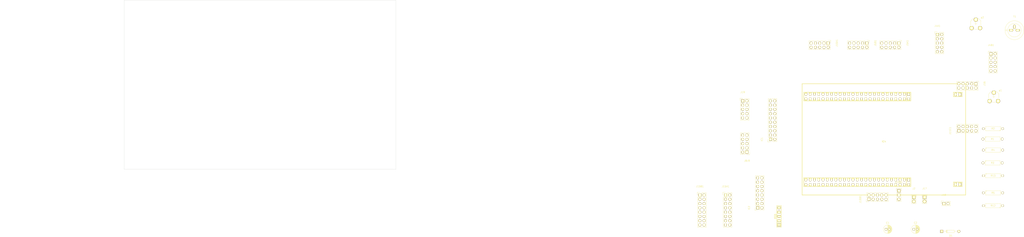
<source format=kicad_pcb>
(kicad_pcb (version 4) (host pcbnew 4.0.2-stable)

  (general
    (links 205)
    (no_connects 205)
    (area -18.874284 31.649999 242.670001 191.93)
    (thickness 1.6)
    (drawings 5)
    (tracks 0)
    (zones 0)
    (modules 33)
    (nets 111)
  )

  (page A4)
  (layers
    (0 F.Cu signal)
    (31 B.Cu signal)
    (33 F.Adhes user)
    (35 F.Paste user)
    (37 F.SilkS user)
    (39 F.Mask user)
    (40 Dwgs.User user)
    (41 Cmts.User user)
    (42 Eco1.User user)
    (43 Eco2.User user)
    (44 Edge.Cuts user)
    (45 Margin user)
    (47 F.CrtYd user)
    (49 F.Fab user)
  )

  (setup
    (last_trace_width 0.5)
    (trace_clearance 0.5)
    (zone_clearance 0.508)
    (zone_45_only no)
    (trace_min 0.5)
    (segment_width 0.2)
    (edge_width 0.1)
    (via_size 1.5)
    (via_drill 1)
    (via_min_size 1.5)
    (via_min_drill 1)
    (uvia_size 0.3)
    (uvia_drill 0.1)
    (uvias_allowed no)
    (uvia_min_size 0.2)
    (uvia_min_drill 0.1)
    (pcb_text_width 0.3)
    (pcb_text_size 1.5 1.5)
    (mod_edge_width 0.15)
    (mod_text_size 1 1)
    (mod_text_width 0.15)
    (pad_size 1.5 1.5)
    (pad_drill 0.6)
    (pad_to_mask_clearance 0)
    (aux_axis_origin 0 0)
    (visible_elements 7FFFFFFF)
    (pcbplotparams
      (layerselection 0x00030_80000001)
      (usegerberextensions false)
      (excludeedgelayer true)
      (linewidth 0.100000)
      (plotframeref false)
      (viasonmask false)
      (mode 1)
      (useauxorigin false)
      (hpglpennumber 1)
      (hpglpenspeed 20)
      (hpglpendiameter 15)
      (hpglpenoverlay 2)
      (psnegative false)
      (psa4output false)
      (plotreference true)
      (plotvalue true)
      (plotinvisibletext false)
      (padsonsilk false)
      (subtractmaskfromsilk false)
      (outputformat 1)
      (mirror false)
      (drillshape 1)
      (scaleselection 1)
      (outputdirectory ""))
  )

  (net 0 "")
  (net 1 "Net-(C1-Pad1)")
  (net 2 GND)
  (net 3 +5V)
  (net 4 /PD0)
  (net 5 /PD1)
  (net 6 /PB8)
  (net 7 /PA15)
  (net 8 /PB3)
  (net 9 /PB5)
  (net 10 /PD10)
  (net 11 /PB12)
  (net 12 /PB13)
  (net 13 /PB15)
  (net 14 "Net-(IC1-Pad11)")
  (net 15 "Net-(IC1-Pad12)")
  (net 16 "Net-(IC1-Pad13)")
  (net 17 "Net-(IC1-Pad14)")
  (net 18 "Net-(IC1-Pad15)")
  (net 19 "Net-(IC1-Pad16)")
  (net 20 "Net-(IC1-Pad17)")
  (net 21 "Net-(IC1-Pad18)")
  (net 22 "Net-(IC2-Pad1)")
  (net 23 "Net-(IC2-Pad2)")
  (net 24 "Net-(IC2-Pad3)")
  (net 25 "Net-(IC2-Pad4)")
  (net 26 "Net-(IC2-Pad5)")
  (net 27 "Net-(IC2-Pad6)")
  (net 28 /PD7)
  (net 29 "Net-(IC2-Pad9)")
  (net 30 /PD6)
  (net 31 /PD3)
  (net 32 /PC11)
  (net 33 /PA8)
  (net 34 "Net-(IC2-Pad15)")
  (net 35 /PB10)
  (net 36 /PB11)
  (net 37 /PB6)
  (net 38 /PB9)
  (net 39 +3V3)
  (net 40 "Net-(J5A1-Pad3)")
  (net 41 /PC1)
  (net 42 /PC2)
  (net 43 /PA1)
  (net 44 /PA4)
  (net 45 "Net-(J5B1-Pad3)")
  (net 46 /PC4)
  (net 47 /PC5)
  (net 48 /PB0)
  (net 49 /PB1)
  (net 50 /PB14)
  (net 51 /PE8)
  (net 52 /PE9)
  (net 53 /PE10)
  (net 54 /PE11)
  (net 55 /PE12)
  (net 56 /PE13)
  (net 57 /PE14)
  (net 58 /PE15)
  (net 59 /PC13)
  (net 60 /PC14)
  (net 61 /PC15)
  (net 62 /PE2)
  (net 63 /PE4)
  (net 64 /PE5)
  (net 65 /PE6)
  (net 66 /PE7)
  (net 67 /PD9)
  (net 68 /PA3)
  (net 69 /PD2)
  (net 70 /PB7)
  (net 71 /PD8)
  (net 72 /PA2)
  (net 73 /PC12)
  (net 74 /PC6)
  (net 75 "Net-(J15A1-Pad2)")
  (net 76 /PC8)
  (net 77 "Net-(J15A1-Pad13)")
  (net 78 /PC9)
  (net 79 /PA6)
  (net 80 /PA7)
  (net 81 /PA5)
  (net 82 /PD11)
  (net 83 /PB2)
  (net 84 /PA9)
  (net 85 /PB4)
  (net 86 "Net-(R13-Pad1)")
  (net 87 "Net-(R13-Pad2)")
  (net 88 "Net-(IC4-Pad59)")
  (net 89 "Net-(IC4-Pad61)")
  (net 90 "Net-(IC4-Pad63)")
  (net 91 "Net-(IC4-Pad71)")
  (net 92 "Net-(IC4-Pad79)")
  (net 93 "Net-(IC4-Pad83)")
  (net 94 "Net-(IC4-Pad93)")
  (net 95 "Net-(IC4-Pad96)")
  (net 96 "Net-(IC4-Pad94)")
  (net 97 "Net-(IC4-Pad86)")
  (net 98 "Net-(IC4-Pad84)")
  (net 99 "Net-(IC4-Pad70)")
  (net 100 "Net-(IC4-Pad60)")
  (net 101 "Net-(IC4-Pad54)")
  (net 102 "Net-(IC4-Pad48)")
  (net 103 "Net-(IC4-Pad46)")
  (net 104 "Net-(IC4-Pad44)")
  (net 105 "Net-(IC4-Pad12)")
  (net 106 "Net-(IC4-Pad8)")
  (net 107 "Net-(IC4-Pad6)")
  (net 108 "Net-(IC4-Pad9)")
  (net 109 "Net-(IC4-Pad45)")
  (net 110 "Net-(IC4-Pad47)")

  (net_class Default "Ceci est la Netclass par défaut"
    (clearance 0.5)
    (trace_width 0.5)
    (via_dia 1.5)
    (via_drill 1)
    (uvia_dia 0.3)
    (uvia_drill 0.1)
    (add_net +3V3)
    (add_net +5V)
    (add_net /PA1)
    (add_net /PA15)
    (add_net /PA2)
    (add_net /PA3)
    (add_net /PA4)
    (add_net /PA5)
    (add_net /PA6)
    (add_net /PA7)
    (add_net /PA8)
    (add_net /PA9)
    (add_net /PB0)
    (add_net /PB1)
    (add_net /PB10)
    (add_net /PB11)
    (add_net /PB12)
    (add_net /PB13)
    (add_net /PB14)
    (add_net /PB15)
    (add_net /PB2)
    (add_net /PB3)
    (add_net /PB4)
    (add_net /PB5)
    (add_net /PB6)
    (add_net /PB7)
    (add_net /PB8)
    (add_net /PB9)
    (add_net /PC1)
    (add_net /PC11)
    (add_net /PC12)
    (add_net /PC13)
    (add_net /PC14)
    (add_net /PC15)
    (add_net /PC2)
    (add_net /PC4)
    (add_net /PC5)
    (add_net /PC6)
    (add_net /PC8)
    (add_net /PC9)
    (add_net /PD0)
    (add_net /PD1)
    (add_net /PD10)
    (add_net /PD11)
    (add_net /PD2)
    (add_net /PD3)
    (add_net /PD6)
    (add_net /PD7)
    (add_net /PD8)
    (add_net /PD9)
    (add_net /PE10)
    (add_net /PE11)
    (add_net /PE12)
    (add_net /PE13)
    (add_net /PE14)
    (add_net /PE15)
    (add_net /PE2)
    (add_net /PE4)
    (add_net /PE5)
    (add_net /PE6)
    (add_net /PE7)
    (add_net /PE8)
    (add_net /PE9)
    (add_net GND)
    (add_net "Net-(C1-Pad1)")
    (add_net "Net-(IC1-Pad11)")
    (add_net "Net-(IC1-Pad12)")
    (add_net "Net-(IC1-Pad13)")
    (add_net "Net-(IC1-Pad14)")
    (add_net "Net-(IC1-Pad15)")
    (add_net "Net-(IC1-Pad16)")
    (add_net "Net-(IC1-Pad17)")
    (add_net "Net-(IC1-Pad18)")
    (add_net "Net-(IC2-Pad1)")
    (add_net "Net-(IC2-Pad15)")
    (add_net "Net-(IC2-Pad2)")
    (add_net "Net-(IC2-Pad3)")
    (add_net "Net-(IC2-Pad4)")
    (add_net "Net-(IC2-Pad5)")
    (add_net "Net-(IC2-Pad6)")
    (add_net "Net-(IC2-Pad9)")
    (add_net "Net-(IC4-Pad12)")
    (add_net "Net-(IC4-Pad44)")
    (add_net "Net-(IC4-Pad45)")
    (add_net "Net-(IC4-Pad46)")
    (add_net "Net-(IC4-Pad47)")
    (add_net "Net-(IC4-Pad48)")
    (add_net "Net-(IC4-Pad54)")
    (add_net "Net-(IC4-Pad59)")
    (add_net "Net-(IC4-Pad6)")
    (add_net "Net-(IC4-Pad60)")
    (add_net "Net-(IC4-Pad61)")
    (add_net "Net-(IC4-Pad63)")
    (add_net "Net-(IC4-Pad70)")
    (add_net "Net-(IC4-Pad71)")
    (add_net "Net-(IC4-Pad79)")
    (add_net "Net-(IC4-Pad8)")
    (add_net "Net-(IC4-Pad83)")
    (add_net "Net-(IC4-Pad84)")
    (add_net "Net-(IC4-Pad86)")
    (add_net "Net-(IC4-Pad9)")
    (add_net "Net-(IC4-Pad93)")
    (add_net "Net-(IC4-Pad94)")
    (add_net "Net-(IC4-Pad96)")
    (add_net "Net-(J15A1-Pad13)")
    (add_net "Net-(J15A1-Pad2)")
    (add_net "Net-(J5A1-Pad3)")
    (add_net "Net-(J5B1-Pad3)")
    (add_net "Net-(R13-Pad1)")
    (add_net "Net-(R13-Pad2)")
  )

  (module Capacitors_ThroughHole:C_Radial_D5_L11_P2 (layer F.Cu) (tedit 0) (tstamp 5775962E)
    (at 469.9 210.82)
    (descr "Radial Electrolytic Capacitor 5mm x Length 11mm, Pitch 2mm")
    (tags "Electrolytic Capacitor")
    (path /57742986)
    (fp_text reference C1 (at 1 -3.8) (layer F.SilkS)
      (effects (font (size 1 1) (thickness 0.15)))
    )
    (fp_text value C (at 1 3.8) (layer F.Fab)
      (effects (font (size 1 1) (thickness 0.15)))
    )
    (fp_line (start 1.075 -2.499) (end 1.075 2.499) (layer F.SilkS) (width 0.15))
    (fp_line (start 1.215 -2.491) (end 1.215 -0.154) (layer F.SilkS) (width 0.15))
    (fp_line (start 1.215 0.154) (end 1.215 2.491) (layer F.SilkS) (width 0.15))
    (fp_line (start 1.355 -2.475) (end 1.355 -0.473) (layer F.SilkS) (width 0.15))
    (fp_line (start 1.355 0.473) (end 1.355 2.475) (layer F.SilkS) (width 0.15))
    (fp_line (start 1.495 -2.451) (end 1.495 -0.62) (layer F.SilkS) (width 0.15))
    (fp_line (start 1.495 0.62) (end 1.495 2.451) (layer F.SilkS) (width 0.15))
    (fp_line (start 1.635 -2.418) (end 1.635 -0.712) (layer F.SilkS) (width 0.15))
    (fp_line (start 1.635 0.712) (end 1.635 2.418) (layer F.SilkS) (width 0.15))
    (fp_line (start 1.775 -2.377) (end 1.775 -0.768) (layer F.SilkS) (width 0.15))
    (fp_line (start 1.775 0.768) (end 1.775 2.377) (layer F.SilkS) (width 0.15))
    (fp_line (start 1.915 -2.327) (end 1.915 -0.795) (layer F.SilkS) (width 0.15))
    (fp_line (start 1.915 0.795) (end 1.915 2.327) (layer F.SilkS) (width 0.15))
    (fp_line (start 2.055 -2.266) (end 2.055 -0.798) (layer F.SilkS) (width 0.15))
    (fp_line (start 2.055 0.798) (end 2.055 2.266) (layer F.SilkS) (width 0.15))
    (fp_line (start 2.195 -2.196) (end 2.195 -0.776) (layer F.SilkS) (width 0.15))
    (fp_line (start 2.195 0.776) (end 2.195 2.196) (layer F.SilkS) (width 0.15))
    (fp_line (start 2.335 -2.114) (end 2.335 -0.726) (layer F.SilkS) (width 0.15))
    (fp_line (start 2.335 0.726) (end 2.335 2.114) (layer F.SilkS) (width 0.15))
    (fp_line (start 2.475 -2.019) (end 2.475 -0.644) (layer F.SilkS) (width 0.15))
    (fp_line (start 2.475 0.644) (end 2.475 2.019) (layer F.SilkS) (width 0.15))
    (fp_line (start 2.615 -1.908) (end 2.615 -0.512) (layer F.SilkS) (width 0.15))
    (fp_line (start 2.615 0.512) (end 2.615 1.908) (layer F.SilkS) (width 0.15))
    (fp_line (start 2.755 -1.78) (end 2.755 -0.265) (layer F.SilkS) (width 0.15))
    (fp_line (start 2.755 0.265) (end 2.755 1.78) (layer F.SilkS) (width 0.15))
    (fp_line (start 2.895 -1.631) (end 2.895 1.631) (layer F.SilkS) (width 0.15))
    (fp_line (start 3.035 -1.452) (end 3.035 1.452) (layer F.SilkS) (width 0.15))
    (fp_line (start 3.175 -1.233) (end 3.175 1.233) (layer F.SilkS) (width 0.15))
    (fp_line (start 3.315 -0.944) (end 3.315 0.944) (layer F.SilkS) (width 0.15))
    (fp_line (start 3.455 -0.472) (end 3.455 0.472) (layer F.SilkS) (width 0.15))
    (fp_circle (center 2 0) (end 2 -0.8) (layer F.SilkS) (width 0.15))
    (fp_circle (center 1 0) (end 1 -2.5375) (layer F.SilkS) (width 0.15))
    (fp_circle (center 1 0) (end 1 -2.8) (layer F.CrtYd) (width 0.05))
    (pad 1 thru_hole rect (at 0 0) (size 1.3 1.3) (drill 0.8) (layers *.Cu *.Mask F.SilkS)
      (net 1 "Net-(C1-Pad1)"))
    (pad 2 thru_hole circle (at 2 0) (size 1.3 1.3) (drill 0.8) (layers *.Cu *.Mask F.SilkS)
      (net 2 GND))
    (model Capacitors_ThroughHole.3dshapes/C_Radial_D5_L11_P2.wrl
      (at (xyz 0 0 0))
      (scale (xyz 1 1 1))
      (rotate (xyz 0 0 0))
    )
  )

  (module Capacitors_ThroughHole:C_Radial_D5_L11_P2 (layer F.Cu) (tedit 0) (tstamp 57759634)
    (at 486.41 210.82)
    (descr "Radial Electrolytic Capacitor 5mm x Length 11mm, Pitch 2mm")
    (tags "Electrolytic Capacitor")
    (path /577554A2)
    (fp_text reference C2 (at 1 -3.8) (layer F.SilkS)
      (effects (font (size 1 1) (thickness 0.15)))
    )
    (fp_text value C (at 1 3.8) (layer F.Fab)
      (effects (font (size 1 1) (thickness 0.15)))
    )
    (fp_line (start 1.075 -2.499) (end 1.075 2.499) (layer F.SilkS) (width 0.15))
    (fp_line (start 1.215 -2.491) (end 1.215 -0.154) (layer F.SilkS) (width 0.15))
    (fp_line (start 1.215 0.154) (end 1.215 2.491) (layer F.SilkS) (width 0.15))
    (fp_line (start 1.355 -2.475) (end 1.355 -0.473) (layer F.SilkS) (width 0.15))
    (fp_line (start 1.355 0.473) (end 1.355 2.475) (layer F.SilkS) (width 0.15))
    (fp_line (start 1.495 -2.451) (end 1.495 -0.62) (layer F.SilkS) (width 0.15))
    (fp_line (start 1.495 0.62) (end 1.495 2.451) (layer F.SilkS) (width 0.15))
    (fp_line (start 1.635 -2.418) (end 1.635 -0.712) (layer F.SilkS) (width 0.15))
    (fp_line (start 1.635 0.712) (end 1.635 2.418) (layer F.SilkS) (width 0.15))
    (fp_line (start 1.775 -2.377) (end 1.775 -0.768) (layer F.SilkS) (width 0.15))
    (fp_line (start 1.775 0.768) (end 1.775 2.377) (layer F.SilkS) (width 0.15))
    (fp_line (start 1.915 -2.327) (end 1.915 -0.795) (layer F.SilkS) (width 0.15))
    (fp_line (start 1.915 0.795) (end 1.915 2.327) (layer F.SilkS) (width 0.15))
    (fp_line (start 2.055 -2.266) (end 2.055 -0.798) (layer F.SilkS) (width 0.15))
    (fp_line (start 2.055 0.798) (end 2.055 2.266) (layer F.SilkS) (width 0.15))
    (fp_line (start 2.195 -2.196) (end 2.195 -0.776) (layer F.SilkS) (width 0.15))
    (fp_line (start 2.195 0.776) (end 2.195 2.196) (layer F.SilkS) (width 0.15))
    (fp_line (start 2.335 -2.114) (end 2.335 -0.726) (layer F.SilkS) (width 0.15))
    (fp_line (start 2.335 0.726) (end 2.335 2.114) (layer F.SilkS) (width 0.15))
    (fp_line (start 2.475 -2.019) (end 2.475 -0.644) (layer F.SilkS) (width 0.15))
    (fp_line (start 2.475 0.644) (end 2.475 2.019) (layer F.SilkS) (width 0.15))
    (fp_line (start 2.615 -1.908) (end 2.615 -0.512) (layer F.SilkS) (width 0.15))
    (fp_line (start 2.615 0.512) (end 2.615 1.908) (layer F.SilkS) (width 0.15))
    (fp_line (start 2.755 -1.78) (end 2.755 -0.265) (layer F.SilkS) (width 0.15))
    (fp_line (start 2.755 0.265) (end 2.755 1.78) (layer F.SilkS) (width 0.15))
    (fp_line (start 2.895 -1.631) (end 2.895 1.631) (layer F.SilkS) (width 0.15))
    (fp_line (start 3.035 -1.452) (end 3.035 1.452) (layer F.SilkS) (width 0.15))
    (fp_line (start 3.175 -1.233) (end 3.175 1.233) (layer F.SilkS) (width 0.15))
    (fp_line (start 3.315 -0.944) (end 3.315 0.944) (layer F.SilkS) (width 0.15))
    (fp_line (start 3.455 -0.472) (end 3.455 0.472) (layer F.SilkS) (width 0.15))
    (fp_circle (center 2 0) (end 2 -0.8) (layer F.SilkS) (width 0.15))
    (fp_circle (center 1 0) (end 1 -2.5375) (layer F.SilkS) (width 0.15))
    (fp_circle (center 1 0) (end 1 -2.8) (layer F.CrtYd) (width 0.05))
    (pad 1 thru_hole rect (at 0 0) (size 1.3 1.3) (drill 0.8) (layers *.Cu *.Mask F.SilkS)
      (net 2 GND))
    (pad 2 thru_hole circle (at 2 0) (size 1.3 1.3) (drill 0.8) (layers *.Cu *.Mask F.SilkS)
      (net 3 +5V))
    (model Capacitors_ThroughHole.3dshapes/C_Radial_D5_L11_P2.wrl
      (at (xyz 0 0 0))
      (scale (xyz 1 1 1))
      (rotate (xyz 0 0 0))
    )
  )

  (module Diodes_ThroughHole:Diode_DO-35_SOD27_Horizontal_RM10 (layer F.Cu) (tedit 552FFC30) (tstamp 5775963A)
    (at 502.92 212.09)
    (descr "Diode, DO-35,  SOD27, Horizontal, RM 10mm")
    (tags "Diode, DO-35, SOD27, Horizontal, RM 10mm, 1N4148,")
    (path /5774F5F8)
    (fp_text reference D1 (at 5.43052 2.53746) (layer F.SilkS)
      (effects (font (size 1 1) (thickness 0.15)))
    )
    (fp_text value D (at 4.41452 -3.55854) (layer F.Fab)
      (effects (font (size 1 1) (thickness 0.15)))
    )
    (fp_line (start 7.36652 -0.00254) (end 8.76352 -0.00254) (layer F.SilkS) (width 0.15))
    (fp_line (start 2.92152 -0.00254) (end 1.39752 -0.00254) (layer F.SilkS) (width 0.15))
    (fp_line (start 3.30252 -0.76454) (end 3.30252 0.75946) (layer F.SilkS) (width 0.15))
    (fp_line (start 3.04852 -0.76454) (end 3.04852 0.75946) (layer F.SilkS) (width 0.15))
    (fp_line (start 2.79452 -0.00254) (end 2.79452 0.75946) (layer F.SilkS) (width 0.15))
    (fp_line (start 2.79452 0.75946) (end 7.36652 0.75946) (layer F.SilkS) (width 0.15))
    (fp_line (start 7.36652 0.75946) (end 7.36652 -0.76454) (layer F.SilkS) (width 0.15))
    (fp_line (start 7.36652 -0.76454) (end 2.79452 -0.76454) (layer F.SilkS) (width 0.15))
    (fp_line (start 2.79452 -0.76454) (end 2.79452 -0.00254) (layer F.SilkS) (width 0.15))
    (pad 2 thru_hole circle (at 10.16052 -0.00254 180) (size 1.69926 1.69926) (drill 0.70104) (layers *.Cu *.Mask F.SilkS)
      (net 4 /PD0))
    (pad 1 thru_hole rect (at 0.00052 -0.00254 180) (size 1.69926 1.69926) (drill 0.70104) (layers *.Cu *.Mask F.SilkS)
      (net 5 /PD1))
    (model Diodes_ThroughHole.3dshapes/Diode_DO-35_SOD27_Horizontal_RM10.wrl
      (at (xyz 0.2 0 0))
      (scale (xyz 0.4 0.4 0.4))
      (rotate (xyz 0 0 180))
    )
  )

  (module Socket_Strips:Socket_Strip_Straight_2x10 (layer F.Cu) (tedit 0) (tstamp 57759652)
    (at 401.32 157.48 90)
    (descr "Through hole socket strip")
    (tags "socket strip")
    (path /5773F62A)
    (fp_text reference IC1 (at 0 -5.1 90) (layer F.SilkS)
      (effects (font (size 1 1) (thickness 0.15)))
    )
    (fp_text value 74HCT541_PWR (at 0 -3.1 90) (layer F.Fab)
      (effects (font (size 1 1) (thickness 0.15)))
    )
    (fp_line (start -1.75 -1.75) (end -1.75 4.3) (layer F.CrtYd) (width 0.05))
    (fp_line (start 24.65 -1.75) (end 24.65 4.3) (layer F.CrtYd) (width 0.05))
    (fp_line (start -1.75 -1.75) (end 24.65 -1.75) (layer F.CrtYd) (width 0.05))
    (fp_line (start -1.75 4.3) (end 24.65 4.3) (layer F.CrtYd) (width 0.05))
    (fp_line (start 24.13 3.81) (end -1.27 3.81) (layer F.SilkS) (width 0.15))
    (fp_line (start 1.27 -1.27) (end 24.13 -1.27) (layer F.SilkS) (width 0.15))
    (fp_line (start 24.13 3.81) (end 24.13 -1.27) (layer F.SilkS) (width 0.15))
    (fp_line (start -1.27 3.81) (end -1.27 1.27) (layer F.SilkS) (width 0.15))
    (fp_line (start 0 -1.55) (end -1.55 -1.55) (layer F.SilkS) (width 0.15))
    (fp_line (start -1.27 1.27) (end 1.27 1.27) (layer F.SilkS) (width 0.15))
    (fp_line (start 1.27 1.27) (end 1.27 -1.27) (layer F.SilkS) (width 0.15))
    (fp_line (start -1.55 -1.55) (end -1.55 0) (layer F.SilkS) (width 0.15))
    (pad 1 thru_hole rect (at 0 0 90) (size 1.7272 1.7272) (drill 1.016) (layers *.Cu *.Mask F.SilkS)
      (net 2 GND))
    (pad 2 thru_hole oval (at 0 2.54 90) (size 1.7272 1.7272) (drill 1.016) (layers *.Cu *.Mask F.SilkS)
      (net 6 /PB8))
    (pad 3 thru_hole oval (at 2.54 0 90) (size 1.7272 1.7272) (drill 1.016) (layers *.Cu *.Mask F.SilkS)
      (net 7 /PA15))
    (pad 4 thru_hole oval (at 2.54 2.54 90) (size 1.7272 1.7272) (drill 1.016) (layers *.Cu *.Mask F.SilkS)
      (net 8 /PB3))
    (pad 5 thru_hole oval (at 5.08 0 90) (size 1.7272 1.7272) (drill 1.016) (layers *.Cu *.Mask F.SilkS)
      (net 9 /PB5))
    (pad 6 thru_hole oval (at 5.08 2.54 90) (size 1.7272 1.7272) (drill 1.016) (layers *.Cu *.Mask F.SilkS)
      (net 10 /PD10))
    (pad 7 thru_hole oval (at 7.62 0 90) (size 1.7272 1.7272) (drill 1.016) (layers *.Cu *.Mask F.SilkS)
      (net 11 /PB12))
    (pad 8 thru_hole oval (at 7.62 2.54 90) (size 1.7272 1.7272) (drill 1.016) (layers *.Cu *.Mask F.SilkS)
      (net 12 /PB13))
    (pad 9 thru_hole oval (at 10.16 0 90) (size 1.7272 1.7272) (drill 1.016) (layers *.Cu *.Mask F.SilkS)
      (net 13 /PB15))
    (pad 10 thru_hole oval (at 10.16 2.54 90) (size 1.7272 1.7272) (drill 1.016) (layers *.Cu *.Mask F.SilkS)
      (net 2 GND))
    (pad 11 thru_hole oval (at 12.7 0 90) (size 1.7272 1.7272) (drill 1.016) (layers *.Cu *.Mask F.SilkS)
      (net 14 "Net-(IC1-Pad11)"))
    (pad 12 thru_hole oval (at 12.7 2.54 90) (size 1.7272 1.7272) (drill 1.016) (layers *.Cu *.Mask F.SilkS)
      (net 15 "Net-(IC1-Pad12)"))
    (pad 13 thru_hole oval (at 15.24 0 90) (size 1.7272 1.7272) (drill 1.016) (layers *.Cu *.Mask F.SilkS)
      (net 16 "Net-(IC1-Pad13)"))
    (pad 14 thru_hole oval (at 15.24 2.54 90) (size 1.7272 1.7272) (drill 1.016) (layers *.Cu *.Mask F.SilkS)
      (net 17 "Net-(IC1-Pad14)"))
    (pad 15 thru_hole oval (at 17.78 0 90) (size 1.7272 1.7272) (drill 1.016) (layers *.Cu *.Mask F.SilkS)
      (net 18 "Net-(IC1-Pad15)"))
    (pad 16 thru_hole oval (at 17.78 2.54 90) (size 1.7272 1.7272) (drill 1.016) (layers *.Cu *.Mask F.SilkS)
      (net 19 "Net-(IC1-Pad16)"))
    (pad 17 thru_hole oval (at 20.32 0 90) (size 1.7272 1.7272) (drill 1.016) (layers *.Cu *.Mask F.SilkS)
      (net 20 "Net-(IC1-Pad17)"))
    (pad 18 thru_hole oval (at 20.32 2.54 90) (size 1.7272 1.7272) (drill 1.016) (layers *.Cu *.Mask F.SilkS)
      (net 21 "Net-(IC1-Pad18)"))
    (pad 19 thru_hole oval (at 22.86 0 90) (size 1.7272 1.7272) (drill 1.016) (layers *.Cu *.Mask F.SilkS)
      (net 2 GND))
    (pad 20 thru_hole oval (at 22.86 2.54 90) (size 1.7272 1.7272) (drill 1.016) (layers *.Cu *.Mask F.SilkS)
      (net 3 +5V))
    (model Socket_Strips.3dshapes/Socket_Strip_Straight_2x10.wrl
      (at (xyz 0.45 -0.05 0))
      (scale (xyz 1 1 1))
      (rotate (xyz 0 0 180))
    )
  )

  (module Socket_Strips:Socket_Strip_Straight_2x08 (layer F.Cu) (tedit 0) (tstamp 57759666)
    (at 393.7 198.12 90)
    (descr "Through hole socket strip")
    (tags "socket strip")
    (path /57741F17)
    (fp_text reference IC2 (at 0 -5.1 90) (layer F.SilkS)
      (effects (font (size 1 1) (thickness 0.15)))
    )
    (fp_text value 74HC595 (at 0 -3.1 90) (layer F.Fab)
      (effects (font (size 1 1) (thickness 0.15)))
    )
    (fp_line (start -1.75 -1.75) (end -1.75 4.3) (layer F.CrtYd) (width 0.05))
    (fp_line (start 19.55 -1.75) (end 19.55 4.3) (layer F.CrtYd) (width 0.05))
    (fp_line (start -1.75 -1.75) (end 19.55 -1.75) (layer F.CrtYd) (width 0.05))
    (fp_line (start -1.75 4.3) (end 19.55 4.3) (layer F.CrtYd) (width 0.05))
    (fp_line (start 19.05 3.81) (end -1.27 3.81) (layer F.SilkS) (width 0.15))
    (fp_line (start 1.27 -1.27) (end 19.05 -1.27) (layer F.SilkS) (width 0.15))
    (fp_line (start 19.05 3.81) (end 19.05 -1.27) (layer F.SilkS) (width 0.15))
    (fp_line (start -1.27 3.81) (end -1.27 1.27) (layer F.SilkS) (width 0.15))
    (fp_line (start 0 -1.55) (end -1.55 -1.55) (layer F.SilkS) (width 0.15))
    (fp_line (start -1.27 1.27) (end 1.27 1.27) (layer F.SilkS) (width 0.15))
    (fp_line (start 1.27 1.27) (end 1.27 -1.27) (layer F.SilkS) (width 0.15))
    (fp_line (start -1.55 -1.55) (end -1.55 0) (layer F.SilkS) (width 0.15))
    (pad 1 thru_hole rect (at 0 0 90) (size 1.7272 1.7272) (drill 1.016) (layers *.Cu *.Mask F.SilkS)
      (net 22 "Net-(IC2-Pad1)"))
    (pad 2 thru_hole oval (at 0 2.54 90) (size 1.7272 1.7272) (drill 1.016) (layers *.Cu *.Mask F.SilkS)
      (net 23 "Net-(IC2-Pad2)"))
    (pad 3 thru_hole oval (at 2.54 0 90) (size 1.7272 1.7272) (drill 1.016) (layers *.Cu *.Mask F.SilkS)
      (net 24 "Net-(IC2-Pad3)"))
    (pad 4 thru_hole oval (at 2.54 2.54 90) (size 1.7272 1.7272) (drill 1.016) (layers *.Cu *.Mask F.SilkS)
      (net 25 "Net-(IC2-Pad4)"))
    (pad 5 thru_hole oval (at 5.08 0 90) (size 1.7272 1.7272) (drill 1.016) (layers *.Cu *.Mask F.SilkS)
      (net 26 "Net-(IC2-Pad5)"))
    (pad 6 thru_hole oval (at 5.08 2.54 90) (size 1.7272 1.7272) (drill 1.016) (layers *.Cu *.Mask F.SilkS)
      (net 27 "Net-(IC2-Pad6)"))
    (pad 7 thru_hole oval (at 7.62 0 90) (size 1.7272 1.7272) (drill 1.016) (layers *.Cu *.Mask F.SilkS)
      (net 28 /PD7))
    (pad 8 thru_hole oval (at 7.62 2.54 90) (size 1.7272 1.7272) (drill 1.016) (layers *.Cu *.Mask F.SilkS)
      (net 2 GND))
    (pad 9 thru_hole oval (at 10.16 0 90) (size 1.7272 1.7272) (drill 1.016) (layers *.Cu *.Mask F.SilkS)
      (net 29 "Net-(IC2-Pad9)"))
    (pad 10 thru_hole oval (at 10.16 2.54 90) (size 1.7272 1.7272) (drill 1.016) (layers *.Cu *.Mask F.SilkS)
      (net 1 "Net-(C1-Pad1)"))
    (pad 11 thru_hole oval (at 12.7 0 90) (size 1.7272 1.7272) (drill 1.016) (layers *.Cu *.Mask F.SilkS)
      (net 30 /PD6))
    (pad 12 thru_hole oval (at 12.7 2.54 90) (size 1.7272 1.7272) (drill 1.016) (layers *.Cu *.Mask F.SilkS)
      (net 31 /PD3))
    (pad 13 thru_hole oval (at 15.24 0 90) (size 1.7272 1.7272) (drill 1.016) (layers *.Cu *.Mask F.SilkS)
      (net 32 /PC11))
    (pad 14 thru_hole oval (at 15.24 2.54 90) (size 1.7272 1.7272) (drill 1.016) (layers *.Cu *.Mask F.SilkS)
      (net 33 /PA8))
    (pad 15 thru_hole oval (at 17.78 0 90) (size 1.7272 1.7272) (drill 1.016) (layers *.Cu *.Mask F.SilkS)
      (net 34 "Net-(IC2-Pad15)"))
    (pad 16 thru_hole oval (at 17.78 2.54 90) (size 1.7272 1.7272) (drill 1.016) (layers *.Cu *.Mask F.SilkS)
      (net 1 "Net-(C1-Pad1)"))
    (model Socket_Strips.3dshapes/Socket_Strip_Straight_2x08.wrl
      (at (xyz 0.35 -0.05 0))
      (scale (xyz 1 1 1))
      (rotate (xyz 0 0 180))
    )
  )

  (module Pin_Headers:Pin_Header_Straight_1x02 (layer F.Cu) (tedit 54EA090C) (tstamp 5775966C)
    (at 486.41 191.77)
    (descr "Through hole pin header")
    (tags "pin header")
    (path /5773F782)
    (fp_text reference J2 (at 0 -5.1) (layer F.SilkS)
      (effects (font (size 1 1) (thickness 0.15)))
    )
    (fp_text value CONN_2 (at 0 -3.1) (layer F.Fab)
      (effects (font (size 1 1) (thickness 0.15)))
    )
    (fp_line (start 1.27 1.27) (end 1.27 3.81) (layer F.SilkS) (width 0.15))
    (fp_line (start 1.55 -1.55) (end 1.55 0) (layer F.SilkS) (width 0.15))
    (fp_line (start -1.75 -1.75) (end -1.75 4.3) (layer F.CrtYd) (width 0.05))
    (fp_line (start 1.75 -1.75) (end 1.75 4.3) (layer F.CrtYd) (width 0.05))
    (fp_line (start -1.75 -1.75) (end 1.75 -1.75) (layer F.CrtYd) (width 0.05))
    (fp_line (start -1.75 4.3) (end 1.75 4.3) (layer F.CrtYd) (width 0.05))
    (fp_line (start 1.27 1.27) (end -1.27 1.27) (layer F.SilkS) (width 0.15))
    (fp_line (start -1.55 0) (end -1.55 -1.55) (layer F.SilkS) (width 0.15))
    (fp_line (start -1.55 -1.55) (end 1.55 -1.55) (layer F.SilkS) (width 0.15))
    (fp_line (start -1.27 1.27) (end -1.27 3.81) (layer F.SilkS) (width 0.15))
    (fp_line (start -1.27 3.81) (end 1.27 3.81) (layer F.SilkS) (width 0.15))
    (pad 1 thru_hole rect (at 0 0) (size 2.032 2.032) (drill 1.016) (layers *.Cu *.Mask F.SilkS)
      (net 3 +5V))
    (pad 2 thru_hole oval (at 0 2.54) (size 2.032 2.032) (drill 1.016) (layers *.Cu *.Mask F.SilkS)
      (net 2 GND))
    (model Pin_Headers.3dshapes/Pin_Header_Straight_1x02.wrl
      (at (xyz 0 -0.05 0))
      (scale (xyz 1 1 1))
      (rotate (xyz 0 0 90))
    )
  )

  (module Pin_Headers:Pin_Header_Straight_2x05 (layer F.Cu) (tedit 0) (tstamp 5775967A)
    (at 500.38 95.25)
    (descr "Through hole pin header")
    (tags "pin header")
    (path /5774AECB)
    (fp_text reference J4A1 (at 0 -5.1) (layer F.SilkS)
      (effects (font (size 1 1) (thickness 0.15)))
    )
    (fp_text value CONN_02X05 (at 0 -3.1) (layer F.Fab)
      (effects (font (size 1 1) (thickness 0.15)))
    )
    (fp_line (start -1.75 -1.75) (end -1.75 11.95) (layer F.CrtYd) (width 0.05))
    (fp_line (start 4.3 -1.75) (end 4.3 11.95) (layer F.CrtYd) (width 0.05))
    (fp_line (start -1.75 -1.75) (end 4.3 -1.75) (layer F.CrtYd) (width 0.05))
    (fp_line (start -1.75 11.95) (end 4.3 11.95) (layer F.CrtYd) (width 0.05))
    (fp_line (start 3.81 -1.27) (end 3.81 11.43) (layer F.SilkS) (width 0.15))
    (fp_line (start 3.81 11.43) (end -1.27 11.43) (layer F.SilkS) (width 0.15))
    (fp_line (start -1.27 11.43) (end -1.27 1.27) (layer F.SilkS) (width 0.15))
    (fp_line (start 3.81 -1.27) (end 1.27 -1.27) (layer F.SilkS) (width 0.15))
    (fp_line (start 0 -1.55) (end -1.55 -1.55) (layer F.SilkS) (width 0.15))
    (fp_line (start 1.27 -1.27) (end 1.27 1.27) (layer F.SilkS) (width 0.15))
    (fp_line (start 1.27 1.27) (end -1.27 1.27) (layer F.SilkS) (width 0.15))
    (fp_line (start -1.55 -1.55) (end -1.55 0) (layer F.SilkS) (width 0.15))
    (pad 1 thru_hole rect (at 0 0) (size 1.7272 1.7272) (drill 1.016) (layers *.Cu *.Mask F.SilkS)
      (net 2 GND))
    (pad 2 thru_hole oval (at 2.54 0) (size 1.7272 1.7272) (drill 1.016) (layers *.Cu *.Mask F.SilkS)
      (net 2 GND))
    (pad 3 thru_hole oval (at 0 2.54) (size 1.7272 1.7272) (drill 1.016) (layers *.Cu *.Mask F.SilkS)
      (net 2 GND))
    (pad 4 thru_hole oval (at 2.54 2.54) (size 1.7272 1.7272) (drill 1.016) (layers *.Cu *.Mask F.SilkS)
      (net 2 GND))
    (pad 5 thru_hole oval (at 0 5.08) (size 1.7272 1.7272) (drill 1.016) (layers *.Cu *.Mask F.SilkS)
      (net 2 GND))
    (pad 6 thru_hole oval (at 2.54 5.08) (size 1.7272 1.7272) (drill 1.016) (layers *.Cu *.Mask F.SilkS)
      (net 35 /PB10))
    (pad 7 thru_hole oval (at 0 7.62) (size 1.7272 1.7272) (drill 1.016) (layers *.Cu *.Mask F.SilkS)
      (net 2 GND))
    (pad 8 thru_hole oval (at 2.54 7.62) (size 1.7272 1.7272) (drill 1.016) (layers *.Cu *.Mask F.SilkS)
      (net 36 /PB11))
    (pad 9 thru_hole oval (at 0 10.16) (size 1.7272 1.7272) (drill 1.016) (layers *.Cu *.Mask F.SilkS)
      (net 2 GND))
    (pad 10 thru_hole oval (at 2.54 10.16) (size 1.7272 1.7272) (drill 1.016) (layers *.Cu *.Mask F.SilkS)
      (net 3 +5V))
    (model Pin_Headers.3dshapes/Pin_Header_Straight_2x05.wrl
      (at (xyz 0.05 -0.2 0))
      (scale (xyz 1 1 1))
      (rotate (xyz 0 0 90))
    )
  )

  (module Pin_Headers:Pin_Header_Straight_2x05 (layer F.Cu) (tedit 0) (tstamp 57759688)
    (at 532.13 106.68)
    (descr "Through hole pin header")
    (tags "pin header")
    (path /5774D522)
    (fp_text reference J4B1 (at 0 -5.1) (layer F.SilkS)
      (effects (font (size 1 1) (thickness 0.15)))
    )
    (fp_text value CONN_02X05 (at 0 -3.1) (layer F.Fab)
      (effects (font (size 1 1) (thickness 0.15)))
    )
    (fp_line (start -1.75 -1.75) (end -1.75 11.95) (layer F.CrtYd) (width 0.05))
    (fp_line (start 4.3 -1.75) (end 4.3 11.95) (layer F.CrtYd) (width 0.05))
    (fp_line (start -1.75 -1.75) (end 4.3 -1.75) (layer F.CrtYd) (width 0.05))
    (fp_line (start -1.75 11.95) (end 4.3 11.95) (layer F.CrtYd) (width 0.05))
    (fp_line (start 3.81 -1.27) (end 3.81 11.43) (layer F.SilkS) (width 0.15))
    (fp_line (start 3.81 11.43) (end -1.27 11.43) (layer F.SilkS) (width 0.15))
    (fp_line (start -1.27 11.43) (end -1.27 1.27) (layer F.SilkS) (width 0.15))
    (fp_line (start 3.81 -1.27) (end 1.27 -1.27) (layer F.SilkS) (width 0.15))
    (fp_line (start 0 -1.55) (end -1.55 -1.55) (layer F.SilkS) (width 0.15))
    (fp_line (start 1.27 -1.27) (end 1.27 1.27) (layer F.SilkS) (width 0.15))
    (fp_line (start 1.27 1.27) (end -1.27 1.27) (layer F.SilkS) (width 0.15))
    (fp_line (start -1.55 -1.55) (end -1.55 0) (layer F.SilkS) (width 0.15))
    (pad 1 thru_hole rect (at 0 0) (size 1.7272 1.7272) (drill 1.016) (layers *.Cu *.Mask F.SilkS)
      (net 2 GND))
    (pad 2 thru_hole oval (at 2.54 0) (size 1.7272 1.7272) (drill 1.016) (layers *.Cu *.Mask F.SilkS)
      (net 2 GND))
    (pad 3 thru_hole oval (at 0 2.54) (size 1.7272 1.7272) (drill 1.016) (layers *.Cu *.Mask F.SilkS)
      (net 2 GND))
    (pad 4 thru_hole oval (at 2.54 2.54) (size 1.7272 1.7272) (drill 1.016) (layers *.Cu *.Mask F.SilkS)
      (net 2 GND))
    (pad 5 thru_hole oval (at 0 5.08) (size 1.7272 1.7272) (drill 1.016) (layers *.Cu *.Mask F.SilkS)
      (net 2 GND))
    (pad 6 thru_hole oval (at 2.54 5.08) (size 1.7272 1.7272) (drill 1.016) (layers *.Cu *.Mask F.SilkS)
      (net 37 /PB6))
    (pad 7 thru_hole oval (at 0 7.62) (size 1.7272 1.7272) (drill 1.016) (layers *.Cu *.Mask F.SilkS)
      (net 2 GND))
    (pad 8 thru_hole oval (at 2.54 7.62) (size 1.7272 1.7272) (drill 1.016) (layers *.Cu *.Mask F.SilkS)
      (net 38 /PB9))
    (pad 9 thru_hole oval (at 0 10.16) (size 1.7272 1.7272) (drill 1.016) (layers *.Cu *.Mask F.SilkS)
      (net 2 GND))
    (pad 10 thru_hole oval (at 2.54 10.16) (size 1.7272 1.7272) (drill 1.016) (layers *.Cu *.Mask F.SilkS)
      (net 3 +5V))
    (model Pin_Headers.3dshapes/Pin_Header_Straight_2x05.wrl
      (at (xyz 0.05 -0.2 0))
      (scale (xyz 1 1 1))
      (rotate (xyz 0 0 90))
    )
  )

  (module Pin_Headers:Pin_Header_Straight_2x05 (layer F.Cu) (tedit 0) (tstamp 57759696)
    (at 477.52 100.33 270)
    (descr "Through hole pin header")
    (tags "pin header")
    (path /577496FA)
    (fp_text reference J5A1 (at 0 -5.1 270) (layer F.SilkS)
      (effects (font (size 1 1) (thickness 0.15)))
    )
    (fp_text value CONN_02X05 (at 0 -3.1 270) (layer F.Fab)
      (effects (font (size 1 1) (thickness 0.15)))
    )
    (fp_line (start -1.75 -1.75) (end -1.75 11.95) (layer F.CrtYd) (width 0.05))
    (fp_line (start 4.3 -1.75) (end 4.3 11.95) (layer F.CrtYd) (width 0.05))
    (fp_line (start -1.75 -1.75) (end 4.3 -1.75) (layer F.CrtYd) (width 0.05))
    (fp_line (start -1.75 11.95) (end 4.3 11.95) (layer F.CrtYd) (width 0.05))
    (fp_line (start 3.81 -1.27) (end 3.81 11.43) (layer F.SilkS) (width 0.15))
    (fp_line (start 3.81 11.43) (end -1.27 11.43) (layer F.SilkS) (width 0.15))
    (fp_line (start -1.27 11.43) (end -1.27 1.27) (layer F.SilkS) (width 0.15))
    (fp_line (start 3.81 -1.27) (end 1.27 -1.27) (layer F.SilkS) (width 0.15))
    (fp_line (start 0 -1.55) (end -1.55 -1.55) (layer F.SilkS) (width 0.15))
    (fp_line (start 1.27 -1.27) (end 1.27 1.27) (layer F.SilkS) (width 0.15))
    (fp_line (start 1.27 1.27) (end -1.27 1.27) (layer F.SilkS) (width 0.15))
    (fp_line (start -1.55 -1.55) (end -1.55 0) (layer F.SilkS) (width 0.15))
    (pad 1 thru_hole rect (at 0 0 270) (size 1.7272 1.7272) (drill 1.016) (layers *.Cu *.Mask F.SilkS)
      (net 2 GND))
    (pad 2 thru_hole oval (at 2.54 0 270) (size 1.7272 1.7272) (drill 1.016) (layers *.Cu *.Mask F.SilkS)
      (net 39 +3V3))
    (pad 3 thru_hole oval (at 0 2.54 270) (size 1.7272 1.7272) (drill 1.016) (layers *.Cu *.Mask F.SilkS)
      (net 40 "Net-(J5A1-Pad3)"))
    (pad 4 thru_hole oval (at 2.54 2.54 270) (size 1.7272 1.7272) (drill 1.016) (layers *.Cu *.Mask F.SilkS)
      (net 41 /PC1))
    (pad 5 thru_hole oval (at 0 5.08 270) (size 1.7272 1.7272) (drill 1.016) (layers *.Cu *.Mask F.SilkS)
      (net 40 "Net-(J5A1-Pad3)"))
    (pad 6 thru_hole oval (at 2.54 5.08 270) (size 1.7272 1.7272) (drill 1.016) (layers *.Cu *.Mask F.SilkS)
      (net 42 /PC2))
    (pad 7 thru_hole oval (at 0 7.62 270) (size 1.7272 1.7272) (drill 1.016) (layers *.Cu *.Mask F.SilkS)
      (net 40 "Net-(J5A1-Pad3)"))
    (pad 8 thru_hole oval (at 2.54 7.62 270) (size 1.7272 1.7272) (drill 1.016) (layers *.Cu *.Mask F.SilkS)
      (net 43 /PA1))
    (pad 9 thru_hole oval (at 0 10.16 270) (size 1.7272 1.7272) (drill 1.016) (layers *.Cu *.Mask F.SilkS)
      (net 40 "Net-(J5A1-Pad3)"))
    (pad 10 thru_hole oval (at 2.54 10.16 270) (size 1.7272 1.7272) (drill 1.016) (layers *.Cu *.Mask F.SilkS)
      (net 44 /PA4))
    (model Pin_Headers.3dshapes/Pin_Header_Straight_2x05.wrl
      (at (xyz 0.05 -0.2 0))
      (scale (xyz 1 1 1))
      (rotate (xyz 0 0 90))
    )
  )

  (module Pin_Headers:Pin_Header_Straight_2x05 (layer F.Cu) (tedit 0) (tstamp 577596A4)
    (at 458.47 100.33 270)
    (descr "Through hole pin header")
    (tags "pin header")
    (path /5774A16E)
    (fp_text reference J5B1 (at 0 -5.1 270) (layer F.SilkS)
      (effects (font (size 1 1) (thickness 0.15)))
    )
    (fp_text value CONN_02X05 (at 0 -3.1 270) (layer F.Fab)
      (effects (font (size 1 1) (thickness 0.15)))
    )
    (fp_line (start -1.75 -1.75) (end -1.75 11.95) (layer F.CrtYd) (width 0.05))
    (fp_line (start 4.3 -1.75) (end 4.3 11.95) (layer F.CrtYd) (width 0.05))
    (fp_line (start -1.75 -1.75) (end 4.3 -1.75) (layer F.CrtYd) (width 0.05))
    (fp_line (start -1.75 11.95) (end 4.3 11.95) (layer F.CrtYd) (width 0.05))
    (fp_line (start 3.81 -1.27) (end 3.81 11.43) (layer F.SilkS) (width 0.15))
    (fp_line (start 3.81 11.43) (end -1.27 11.43) (layer F.SilkS) (width 0.15))
    (fp_line (start -1.27 11.43) (end -1.27 1.27) (layer F.SilkS) (width 0.15))
    (fp_line (start 3.81 -1.27) (end 1.27 -1.27) (layer F.SilkS) (width 0.15))
    (fp_line (start 0 -1.55) (end -1.55 -1.55) (layer F.SilkS) (width 0.15))
    (fp_line (start 1.27 -1.27) (end 1.27 1.27) (layer F.SilkS) (width 0.15))
    (fp_line (start 1.27 1.27) (end -1.27 1.27) (layer F.SilkS) (width 0.15))
    (fp_line (start -1.55 -1.55) (end -1.55 0) (layer F.SilkS) (width 0.15))
    (pad 1 thru_hole rect (at 0 0 270) (size 1.7272 1.7272) (drill 1.016) (layers *.Cu *.Mask F.SilkS)
      (net 2 GND))
    (pad 2 thru_hole oval (at 2.54 0 270) (size 1.7272 1.7272) (drill 1.016) (layers *.Cu *.Mask F.SilkS)
      (net 39 +3V3))
    (pad 3 thru_hole oval (at 0 2.54 270) (size 1.7272 1.7272) (drill 1.016) (layers *.Cu *.Mask F.SilkS)
      (net 45 "Net-(J5B1-Pad3)"))
    (pad 4 thru_hole oval (at 2.54 2.54 270) (size 1.7272 1.7272) (drill 1.016) (layers *.Cu *.Mask F.SilkS)
      (net 46 /PC4))
    (pad 5 thru_hole oval (at 0 5.08 270) (size 1.7272 1.7272) (drill 1.016) (layers *.Cu *.Mask F.SilkS)
      (net 45 "Net-(J5B1-Pad3)"))
    (pad 6 thru_hole oval (at 2.54 5.08 270) (size 1.7272 1.7272) (drill 1.016) (layers *.Cu *.Mask F.SilkS)
      (net 47 /PC5))
    (pad 7 thru_hole oval (at 0 7.62 270) (size 1.7272 1.7272) (drill 1.016) (layers *.Cu *.Mask F.SilkS)
      (net 45 "Net-(J5B1-Pad3)"))
    (pad 8 thru_hole oval (at 2.54 7.62 270) (size 1.7272 1.7272) (drill 1.016) (layers *.Cu *.Mask F.SilkS)
      (net 48 /PB0))
    (pad 9 thru_hole oval (at 0 10.16 270) (size 1.7272 1.7272) (drill 1.016) (layers *.Cu *.Mask F.SilkS)
      (net 45 "Net-(J5B1-Pad3)"))
    (pad 10 thru_hole oval (at 2.54 10.16 270) (size 1.7272 1.7272) (drill 1.016) (layers *.Cu *.Mask F.SilkS)
      (net 49 /PB1))
    (model Pin_Headers.3dshapes/Pin_Header_Straight_2x05.wrl
      (at (xyz 0.05 -0.2 0))
      (scale (xyz 1 1 1))
      (rotate (xyz 0 0 90))
    )
  )

  (module Pin_Headers:Pin_Header_Straight_2x05 (layer F.Cu) (tedit 0) (tstamp 577596B2)
    (at 387.35 165.1 180)
    (descr "Through hole pin header")
    (tags "pin header")
    (path /5775125D)
    (fp_text reference J8J9 (at 0 -5.1 180) (layer F.SilkS)
      (effects (font (size 1 1) (thickness 0.15)))
    )
    (fp_text value CONN_02X05 (at 0 -3.1 180) (layer F.Fab)
      (effects (font (size 1 1) (thickness 0.15)))
    )
    (fp_line (start -1.75 -1.75) (end -1.75 11.95) (layer F.CrtYd) (width 0.05))
    (fp_line (start 4.3 -1.75) (end 4.3 11.95) (layer F.CrtYd) (width 0.05))
    (fp_line (start -1.75 -1.75) (end 4.3 -1.75) (layer F.CrtYd) (width 0.05))
    (fp_line (start -1.75 11.95) (end 4.3 11.95) (layer F.CrtYd) (width 0.05))
    (fp_line (start 3.81 -1.27) (end 3.81 11.43) (layer F.SilkS) (width 0.15))
    (fp_line (start 3.81 11.43) (end -1.27 11.43) (layer F.SilkS) (width 0.15))
    (fp_line (start -1.27 11.43) (end -1.27 1.27) (layer F.SilkS) (width 0.15))
    (fp_line (start 3.81 -1.27) (end 1.27 -1.27) (layer F.SilkS) (width 0.15))
    (fp_line (start 0 -1.55) (end -1.55 -1.55) (layer F.SilkS) (width 0.15))
    (fp_line (start 1.27 -1.27) (end 1.27 1.27) (layer F.SilkS) (width 0.15))
    (fp_line (start 1.27 1.27) (end -1.27 1.27) (layer F.SilkS) (width 0.15))
    (fp_line (start -1.55 -1.55) (end -1.55 0) (layer F.SilkS) (width 0.15))
    (pad 1 thru_hole rect (at 0 0 180) (size 1.7272 1.7272) (drill 1.016) (layers *.Cu *.Mask F.SilkS)
      (net 2 GND))
    (pad 2 thru_hole oval (at 2.54 0 180) (size 1.7272 1.7272) (drill 1.016) (layers *.Cu *.Mask F.SilkS)
      (net 2 GND))
    (pad 3 thru_hole oval (at 0 2.54 180) (size 1.7272 1.7272) (drill 1.016) (layers *.Cu *.Mask F.SilkS)
      (net 3 +5V))
    (pad 4 thru_hole oval (at 2.54 2.54 180) (size 1.7272 1.7272) (drill 1.016) (layers *.Cu *.Mask F.SilkS)
      (net 3 +5V))
    (pad 5 thru_hole oval (at 0 5.08 180) (size 1.7272 1.7272) (drill 1.016) (layers *.Cu *.Mask F.SilkS)
      (net 50 /PB14))
    (pad 6 thru_hole oval (at 2.54 5.08 180) (size 1.7272 1.7272) (drill 1.016) (layers *.Cu *.Mask F.SilkS)
      (net 14 "Net-(IC1-Pad11)"))
    (pad 7 thru_hole oval (at 0 7.62 180) (size 1.7272 1.7272) (drill 1.016) (layers *.Cu *.Mask F.SilkS)
      (net 15 "Net-(IC1-Pad12)"))
    (pad 8 thru_hole oval (at 2.54 7.62 180) (size 1.7272 1.7272) (drill 1.016) (layers *.Cu *.Mask F.SilkS)
      (net 15 "Net-(IC1-Pad12)"))
    (pad 9 thru_hole oval (at 0 10.16 180) (size 1.7272 1.7272) (drill 1.016) (layers *.Cu *.Mask F.SilkS)
      (net 17 "Net-(IC1-Pad14)"))
    (pad 10 thru_hole oval (at 2.54 10.16 180) (size 1.7272 1.7272) (drill 1.016) (layers *.Cu *.Mask F.SilkS)
      (net 16 "Net-(IC1-Pad13)"))
    (model Pin_Headers.3dshapes/Pin_Header_Straight_2x05.wrl
      (at (xyz 0.05 -0.2 0))
      (scale (xyz 1 1 1))
      (rotate (xyz 0 0 90))
    )
  )

  (module Pin_Headers:Pin_Header_Straight_2x05 (layer F.Cu) (tedit 57767E72) (tstamp 577596C0)
    (at 435.61 100.33 270)
    (descr "Through hole pin header")
    (tags "pin header")
    (path /577403D1)
    (fp_text reference J10A1 (at 0 -5.1 270) (layer F.SilkS)
      (effects (font (size 1 1) (thickness 0.15)))
    )
    (fp_text value CONN_02X05 (at 0 -2.54 270) (layer F.Fab)
      (effects (font (size 1 1) (thickness 0.15)))
    )
    (fp_line (start -1.75 -1.75) (end -1.75 11.95) (layer F.CrtYd) (width 0.05))
    (fp_line (start 4.3 -1.75) (end 4.3 11.95) (layer F.CrtYd) (width 0.05))
    (fp_line (start -1.75 -1.75) (end 4.3 -1.75) (layer F.CrtYd) (width 0.05))
    (fp_line (start -1.75 11.95) (end 4.3 11.95) (layer F.CrtYd) (width 0.05))
    (fp_line (start 3.81 -1.27) (end 3.81 11.43) (layer F.SilkS) (width 0.15))
    (fp_line (start 3.81 11.43) (end -1.27 11.43) (layer F.SilkS) (width 0.15))
    (fp_line (start -1.27 11.43) (end -1.27 1.27) (layer F.SilkS) (width 0.15))
    (fp_line (start 3.81 -1.27) (end 1.27 -1.27) (layer F.SilkS) (width 0.15))
    (fp_line (start 0 -1.55) (end -1.55 -1.55) (layer F.SilkS) (width 0.15))
    (fp_line (start 1.27 -1.27) (end 1.27 1.27) (layer F.SilkS) (width 0.15))
    (fp_line (start 1.27 1.27) (end -1.27 1.27) (layer F.SilkS) (width 0.15))
    (fp_line (start -1.55 -1.55) (end -1.55 0) (layer F.SilkS) (width 0.15))
    (pad 1 thru_hole rect (at 0 0 270) (size 1.7272 1.7272) (drill 1.016) (layers *.Cu *.Mask F.SilkS)
      (net 2 GND))
    (pad 2 thru_hole oval (at 2.54 0 270) (size 1.7272 1.7272) (drill 1.016) (layers *.Cu *.Mask F.SilkS)
      (net 39 +3V3))
    (pad 3 thru_hole oval (at 0 2.54 270) (size 1.7272 1.7272) (drill 1.016) (layers *.Cu *.Mask F.SilkS)
      (net 51 /PE8))
    (pad 4 thru_hole oval (at 2.54 2.54 270) (size 1.7272 1.7272) (drill 1.016) (layers *.Cu *.Mask F.SilkS)
      (net 52 /PE9))
    (pad 5 thru_hole oval (at 0 5.08 270) (size 1.7272 1.7272) (drill 1.016) (layers *.Cu *.Mask F.SilkS)
      (net 53 /PE10))
    (pad 6 thru_hole oval (at 2.54 5.08 270) (size 1.7272 1.7272) (drill 1.016) (layers *.Cu *.Mask F.SilkS)
      (net 54 /PE11))
    (pad 7 thru_hole oval (at 0 7.62 270) (size 1.7272 1.7272) (drill 1.016) (layers *.Cu *.Mask F.SilkS)
      (net 55 /PE12))
    (pad 8 thru_hole oval (at 2.54 7.62 270) (size 1.7272 1.7272) (drill 1.016) (layers *.Cu *.Mask F.SilkS)
      (net 56 /PE13))
    (pad 9 thru_hole oval (at 0 10.16 270) (size 1.7272 1.7272) (drill 1.016) (layers *.Cu *.Mask F.SilkS)
      (net 57 /PE14))
    (pad 10 thru_hole oval (at 2.54 10.16 270) (size 1.7272 1.7272) (drill 1.016) (layers *.Cu *.Mask F.SilkS)
      (net 58 /PE15))
    (model Pin_Headers.3dshapes/Pin_Header_Straight_2x05.wrl
      (at (xyz 0.05 -0.2 0))
      (scale (xyz 1 1 1))
      (rotate (xyz 0 0 90))
    )
  )

  (module Pin_Headers:Pin_Header_Straight_2x05 (layer F.Cu) (tedit 0) (tstamp 577596CE)
    (at 459.74 193.04 90)
    (descr "Through hole pin header")
    (tags "pin header")
    (path /57740EE1)
    (fp_text reference J10B1 (at 0 -5.1 90) (layer F.SilkS)
      (effects (font (size 1 1) (thickness 0.15)))
    )
    (fp_text value CONN_02X05 (at 0 -3.1 90) (layer F.Fab)
      (effects (font (size 1 1) (thickness 0.15)))
    )
    (fp_line (start -1.75 -1.75) (end -1.75 11.95) (layer F.CrtYd) (width 0.05))
    (fp_line (start 4.3 -1.75) (end 4.3 11.95) (layer F.CrtYd) (width 0.05))
    (fp_line (start -1.75 -1.75) (end 4.3 -1.75) (layer F.CrtYd) (width 0.05))
    (fp_line (start -1.75 11.95) (end 4.3 11.95) (layer F.CrtYd) (width 0.05))
    (fp_line (start 3.81 -1.27) (end 3.81 11.43) (layer F.SilkS) (width 0.15))
    (fp_line (start 3.81 11.43) (end -1.27 11.43) (layer F.SilkS) (width 0.15))
    (fp_line (start -1.27 11.43) (end -1.27 1.27) (layer F.SilkS) (width 0.15))
    (fp_line (start 3.81 -1.27) (end 1.27 -1.27) (layer F.SilkS) (width 0.15))
    (fp_line (start 0 -1.55) (end -1.55 -1.55) (layer F.SilkS) (width 0.15))
    (fp_line (start 1.27 -1.27) (end 1.27 1.27) (layer F.SilkS) (width 0.15))
    (fp_line (start 1.27 1.27) (end -1.27 1.27) (layer F.SilkS) (width 0.15))
    (fp_line (start -1.55 -1.55) (end -1.55 0) (layer F.SilkS) (width 0.15))
    (pad 1 thru_hole rect (at 0 0 90) (size 1.7272 1.7272) (drill 1.016) (layers *.Cu *.Mask F.SilkS)
      (net 2 GND))
    (pad 2 thru_hole oval (at 2.54 0 90) (size 1.7272 1.7272) (drill 1.016) (layers *.Cu *.Mask F.SilkS)
      (net 39 +3V3))
    (pad 3 thru_hole oval (at 0 2.54 90) (size 1.7272 1.7272) (drill 1.016) (layers *.Cu *.Mask F.SilkS)
      (net 59 /PC13))
    (pad 4 thru_hole oval (at 2.54 2.54 90) (size 1.7272 1.7272) (drill 1.016) (layers *.Cu *.Mask F.SilkS)
      (net 60 /PC14))
    (pad 5 thru_hole oval (at 0 5.08 90) (size 1.7272 1.7272) (drill 1.016) (layers *.Cu *.Mask F.SilkS)
      (net 61 /PC15))
    (pad 6 thru_hole oval (at 2.54 5.08 90) (size 1.7272 1.7272) (drill 1.016) (layers *.Cu *.Mask F.SilkS)
      (net 62 /PE2))
    (pad 7 thru_hole oval (at 0 7.62 90) (size 1.7272 1.7272) (drill 1.016) (layers *.Cu *.Mask F.SilkS)
      (net 63 /PE4))
    (pad 8 thru_hole oval (at 2.54 7.62 90) (size 1.7272 1.7272) (drill 1.016) (layers *.Cu *.Mask F.SilkS)
      (net 64 /PE5))
    (pad 9 thru_hole oval (at 0 10.16 90) (size 1.7272 1.7272) (drill 1.016) (layers *.Cu *.Mask F.SilkS)
      (net 65 /PE6))
    (pad 10 thru_hole oval (at 2.54 10.16 90) (size 1.7272 1.7272) (drill 1.016) (layers *.Cu *.Mask F.SilkS)
      (net 66 /PE7))
    (model Pin_Headers.3dshapes/Pin_Header_Straight_2x05.wrl
      (at (xyz 0.05 -0.2 0))
      (scale (xyz 1 1 1))
      (rotate (xyz 0 0 90))
    )
  )

  (module Pin_Headers:Pin_Header_Straight_2x05 (layer F.Cu) (tedit 0) (tstamp 577596DC)
    (at 513.08 152.4 90)
    (descr "Through hole pin header")
    (tags "pin header")
    (path /5774AA90)
    (fp_text reference J11E1 (at 0 -5.1 90) (layer F.SilkS)
      (effects (font (size 1 1) (thickness 0.15)))
    )
    (fp_text value CONN_02X05 (at 0 -3.1 90) (layer F.Fab)
      (effects (font (size 1 1) (thickness 0.15)))
    )
    (fp_line (start -1.75 -1.75) (end -1.75 11.95) (layer F.CrtYd) (width 0.05))
    (fp_line (start 4.3 -1.75) (end 4.3 11.95) (layer F.CrtYd) (width 0.05))
    (fp_line (start -1.75 -1.75) (end 4.3 -1.75) (layer F.CrtYd) (width 0.05))
    (fp_line (start -1.75 11.95) (end 4.3 11.95) (layer F.CrtYd) (width 0.05))
    (fp_line (start 3.81 -1.27) (end 3.81 11.43) (layer F.SilkS) (width 0.15))
    (fp_line (start 3.81 11.43) (end -1.27 11.43) (layer F.SilkS) (width 0.15))
    (fp_line (start -1.27 11.43) (end -1.27 1.27) (layer F.SilkS) (width 0.15))
    (fp_line (start 3.81 -1.27) (end 1.27 -1.27) (layer F.SilkS) (width 0.15))
    (fp_line (start 0 -1.55) (end -1.55 -1.55) (layer F.SilkS) (width 0.15))
    (fp_line (start 1.27 -1.27) (end 1.27 1.27) (layer F.SilkS) (width 0.15))
    (fp_line (start 1.27 1.27) (end -1.27 1.27) (layer F.SilkS) (width 0.15))
    (fp_line (start -1.55 -1.55) (end -1.55 0) (layer F.SilkS) (width 0.15))
    (pad 1 thru_hole rect (at 0 0 90) (size 1.7272 1.7272) (drill 1.016) (layers *.Cu *.Mask F.SilkS)
      (net 2 GND))
    (pad 2 thru_hole oval (at 2.54 0 90) (size 1.7272 1.7272) (drill 1.016) (layers *.Cu *.Mask F.SilkS)
      (net 39 +3V3))
    (pad 3 thru_hole oval (at 0 2.54 90) (size 1.7272 1.7272) (drill 1.016) (layers *.Cu *.Mask F.SilkS)
      (net 67 /PD9))
    (pad 4 thru_hole oval (at 2.54 2.54 90) (size 1.7272 1.7272) (drill 1.016) (layers *.Cu *.Mask F.SilkS)
      (net 68 /PA3))
    (pad 5 thru_hole oval (at 0 5.08 90) (size 1.7272 1.7272) (drill 1.016) (layers *.Cu *.Mask F.SilkS)
      (net 69 /PD2))
    (pad 6 thru_hole oval (at 2.54 5.08 90) (size 1.7272 1.7272) (drill 1.016) (layers *.Cu *.Mask F.SilkS)
      (net 70 /PB7))
    (pad 7 thru_hole oval (at 0 7.62 90) (size 1.7272 1.7272) (drill 1.016) (layers *.Cu *.Mask F.SilkS)
      (net 71 /PD8))
    (pad 8 thru_hole oval (at 2.54 7.62 90) (size 1.7272 1.7272) (drill 1.016) (layers *.Cu *.Mask F.SilkS)
      (net 72 /PA2))
    (pad 9 thru_hole oval (at 0 10.16 90) (size 1.7272 1.7272) (drill 1.016) (layers *.Cu *.Mask F.SilkS)
      (net 73 /PC12))
    (pad 10 thru_hole oval (at 2.54 10.16 90) (size 1.7272 1.7272) (drill 1.016) (layers *.Cu *.Mask F.SilkS)
      (net 74 /PC6))
    (model Pin_Headers.3dshapes/Pin_Header_Straight_2x05.wrl
      (at (xyz 0.05 -0.2 0))
      (scale (xyz 1 1 1))
      (rotate (xyz 0 0 90))
    )
  )

  (module Pin_Headers:Pin_Header_Straight_2x08 (layer F.Cu) (tedit 0) (tstamp 577596F0)
    (at 374.65 190.5)
    (descr "Through hole pin header")
    (tags "pin header")
    (path /577444CE)
    (fp_text reference J15A1 (at 0 -5.1) (layer F.SilkS)
      (effects (font (size 1 1) (thickness 0.15)))
    )
    (fp_text value CONN_02X08 (at 0 -3.1) (layer F.Fab)
      (effects (font (size 1 1) (thickness 0.15)))
    )
    (fp_line (start -1.75 -1.75) (end -1.75 19.55) (layer F.CrtYd) (width 0.05))
    (fp_line (start 4.3 -1.75) (end 4.3 19.55) (layer F.CrtYd) (width 0.05))
    (fp_line (start -1.75 -1.75) (end 4.3 -1.75) (layer F.CrtYd) (width 0.05))
    (fp_line (start -1.75 19.55) (end 4.3 19.55) (layer F.CrtYd) (width 0.05))
    (fp_line (start 3.81 19.05) (end 3.81 -1.27) (layer F.SilkS) (width 0.15))
    (fp_line (start -1.27 1.27) (end -1.27 19.05) (layer F.SilkS) (width 0.15))
    (fp_line (start 3.81 19.05) (end -1.27 19.05) (layer F.SilkS) (width 0.15))
    (fp_line (start 3.81 -1.27) (end 1.27 -1.27) (layer F.SilkS) (width 0.15))
    (fp_line (start 0 -1.55) (end -1.55 -1.55) (layer F.SilkS) (width 0.15))
    (fp_line (start 1.27 -1.27) (end 1.27 1.27) (layer F.SilkS) (width 0.15))
    (fp_line (start 1.27 1.27) (end -1.27 1.27) (layer F.SilkS) (width 0.15))
    (fp_line (start -1.55 -1.55) (end -1.55 0) (layer F.SilkS) (width 0.15))
    (pad 1 thru_hole rect (at 0 0) (size 1.7272 1.7272) (drill 1.016) (layers *.Cu *.Mask F.SilkS)
      (net 3 +5V))
    (pad 2 thru_hole oval (at 2.54 0) (size 1.7272 1.7272) (drill 1.016) (layers *.Cu *.Mask F.SilkS)
      (net 75 "Net-(J15A1-Pad2)"))
    (pad 3 thru_hole oval (at 0 2.54) (size 1.7272 1.7272) (drill 1.016) (layers *.Cu *.Mask F.SilkS)
      (net 27 "Net-(IC2-Pad6)"))
    (pad 4 thru_hole oval (at 2.54 2.54) (size 1.7272 1.7272) (drill 1.016) (layers *.Cu *.Mask F.SilkS)
      (net 28 /PD7))
    (pad 5 thru_hole oval (at 0 5.08) (size 1.7272 1.7272) (drill 1.016) (layers *.Cu *.Mask F.SilkS)
      (net 25 "Net-(IC2-Pad4)"))
    (pad 6 thru_hole oval (at 2.54 5.08) (size 1.7272 1.7272) (drill 1.016) (layers *.Cu *.Mask F.SilkS)
      (net 26 "Net-(IC2-Pad5)"))
    (pad 7 thru_hole oval (at 0 7.62) (size 1.7272 1.7272) (drill 1.016) (layers *.Cu *.Mask F.SilkS)
      (net 23 "Net-(IC2-Pad2)"))
    (pad 8 thru_hole oval (at 2.54 7.62) (size 1.7272 1.7272) (drill 1.016) (layers *.Cu *.Mask F.SilkS)
      (net 24 "Net-(IC2-Pad3)"))
    (pad 9 thru_hole oval (at 0 10.16) (size 1.7272 1.7272) (drill 1.016) (layers *.Cu *.Mask F.SilkS)
      (net 34 "Net-(IC2-Pad15)"))
    (pad 10 thru_hole oval (at 2.54 10.16) (size 1.7272 1.7272) (drill 1.016) (layers *.Cu *.Mask F.SilkS)
      (net 22 "Net-(IC2-Pad1)"))
    (pad 11 thru_hole oval (at 0 12.7) (size 1.7272 1.7272) (drill 1.016) (layers *.Cu *.Mask F.SilkS)
      (net 32 /PC11))
    (pad 12 thru_hole oval (at 2.54 12.7) (size 1.7272 1.7272) (drill 1.016) (layers *.Cu *.Mask F.SilkS)
      (net 76 /PC8))
    (pad 13 thru_hole oval (at 0 15.24) (size 1.7272 1.7272) (drill 1.016) (layers *.Cu *.Mask F.SilkS)
      (net 77 "Net-(J15A1-Pad13)"))
    (pad 14 thru_hole oval (at 2.54 15.24) (size 1.7272 1.7272) (drill 1.016) (layers *.Cu *.Mask F.SilkS)
      (net 33 /PA8))
    (pad 15 thru_hole oval (at 0 17.78) (size 1.7272 1.7272) (drill 1.016) (layers *.Cu *.Mask F.SilkS)
      (net 2 GND))
    (pad 16 thru_hole oval (at 2.54 17.78) (size 1.7272 1.7272) (drill 1.016) (layers *.Cu *.Mask F.SilkS)
      (net 1 "Net-(C1-Pad1)"))
    (model Pin_Headers.3dshapes/Pin_Header_Straight_2x08.wrl
      (at (xyz 0.05 -0.35 0))
      (scale (xyz 1 1 1))
      (rotate (xyz 0 0 90))
    )
  )

  (module Pin_Headers:Pin_Header_Straight_2x08 (layer F.Cu) (tedit 0) (tstamp 57759704)
    (at 359.41 190.5)
    (descr "Through hole pin header")
    (tags "pin header")
    (path /577445D1)
    (fp_text reference J15B1 (at 0 -5.1) (layer F.SilkS)
      (effects (font (size 1 1) (thickness 0.15)))
    )
    (fp_text value CONN_02X08 (at 0 -3.1) (layer F.Fab)
      (effects (font (size 1 1) (thickness 0.15)))
    )
    (fp_line (start -1.75 -1.75) (end -1.75 19.55) (layer F.CrtYd) (width 0.05))
    (fp_line (start 4.3 -1.75) (end 4.3 19.55) (layer F.CrtYd) (width 0.05))
    (fp_line (start -1.75 -1.75) (end 4.3 -1.75) (layer F.CrtYd) (width 0.05))
    (fp_line (start -1.75 19.55) (end 4.3 19.55) (layer F.CrtYd) (width 0.05))
    (fp_line (start 3.81 19.05) (end 3.81 -1.27) (layer F.SilkS) (width 0.15))
    (fp_line (start -1.27 1.27) (end -1.27 19.05) (layer F.SilkS) (width 0.15))
    (fp_line (start 3.81 19.05) (end -1.27 19.05) (layer F.SilkS) (width 0.15))
    (fp_line (start 3.81 -1.27) (end 1.27 -1.27) (layer F.SilkS) (width 0.15))
    (fp_line (start 0 -1.55) (end -1.55 -1.55) (layer F.SilkS) (width 0.15))
    (fp_line (start 1.27 -1.27) (end 1.27 1.27) (layer F.SilkS) (width 0.15))
    (fp_line (start 1.27 1.27) (end -1.27 1.27) (layer F.SilkS) (width 0.15))
    (fp_line (start -1.55 -1.55) (end -1.55 0) (layer F.SilkS) (width 0.15))
    (pad 1 thru_hole rect (at 0 0) (size 1.7272 1.7272) (drill 1.016) (layers *.Cu *.Mask F.SilkS)
      (net 3 +5V))
    (pad 2 thru_hole oval (at 2.54 0) (size 1.7272 1.7272) (drill 1.016) (layers *.Cu *.Mask F.SilkS)
      (net 75 "Net-(J15A1-Pad2)"))
    (pad 3 thru_hole oval (at 0 2.54) (size 1.7272 1.7272) (drill 1.016) (layers *.Cu *.Mask F.SilkS)
      (net 27 "Net-(IC2-Pad6)"))
    (pad 4 thru_hole oval (at 2.54 2.54) (size 1.7272 1.7272) (drill 1.016) (layers *.Cu *.Mask F.SilkS)
      (net 28 /PD7))
    (pad 5 thru_hole oval (at 0 5.08) (size 1.7272 1.7272) (drill 1.016) (layers *.Cu *.Mask F.SilkS)
      (net 25 "Net-(IC2-Pad4)"))
    (pad 6 thru_hole oval (at 2.54 5.08) (size 1.7272 1.7272) (drill 1.016) (layers *.Cu *.Mask F.SilkS)
      (net 26 "Net-(IC2-Pad5)"))
    (pad 7 thru_hole oval (at 0 7.62) (size 1.7272 1.7272) (drill 1.016) (layers *.Cu *.Mask F.SilkS)
      (net 23 "Net-(IC2-Pad2)"))
    (pad 8 thru_hole oval (at 2.54 7.62) (size 1.7272 1.7272) (drill 1.016) (layers *.Cu *.Mask F.SilkS)
      (net 24 "Net-(IC2-Pad3)"))
    (pad 9 thru_hole oval (at 0 10.16) (size 1.7272 1.7272) (drill 1.016) (layers *.Cu *.Mask F.SilkS)
      (net 34 "Net-(IC2-Pad15)"))
    (pad 10 thru_hole oval (at 2.54 10.16) (size 1.7272 1.7272) (drill 1.016) (layers *.Cu *.Mask F.SilkS)
      (net 22 "Net-(IC2-Pad1)"))
    (pad 11 thru_hole oval (at 0 12.7) (size 1.7272 1.7272) (drill 1.016) (layers *.Cu *.Mask F.SilkS)
      (net 32 /PC11))
    (pad 12 thru_hole oval (at 2.54 12.7) (size 1.7272 1.7272) (drill 1.016) (layers *.Cu *.Mask F.SilkS)
      (net 78 /PC9))
    (pad 13 thru_hole oval (at 0 15.24) (size 1.7272 1.7272) (drill 1.016) (layers *.Cu *.Mask F.SilkS)
      (net 77 "Net-(J15A1-Pad13)"))
    (pad 14 thru_hole oval (at 2.54 15.24) (size 1.7272 1.7272) (drill 1.016) (layers *.Cu *.Mask F.SilkS)
      (net 33 /PA8))
    (pad 15 thru_hole oval (at 0 17.78) (size 1.7272 1.7272) (drill 1.016) (layers *.Cu *.Mask F.SilkS)
      (net 2 GND))
    (pad 16 thru_hole oval (at 2.54 17.78) (size 1.7272 1.7272) (drill 1.016) (layers *.Cu *.Mask F.SilkS)
      (net 1 "Net-(C1-Pad1)"))
    (model Pin_Headers.3dshapes/Pin_Header_Straight_2x08.wrl
      (at (xyz 0.05 -0.35 0))
      (scale (xyz 1 1 1))
      (rotate (xyz 0 0 90))
    )
  )

  (module Pin_Headers:Pin_Header_Straight_1x03 (layer F.Cu) (tedit 0) (tstamp 5775970B)
    (at 477.52 187.96)
    (descr "Through hole pin header")
    (tags "pin header")
    (path /57744663)
    (fp_text reference J15S1 (at 0 -5.1) (layer F.SilkS)
      (effects (font (size 1 1) (thickness 0.15)))
    )
    (fp_text value CONN_01X03 (at 0 -3.1) (layer F.Fab)
      (effects (font (size 1 1) (thickness 0.15)))
    )
    (fp_line (start -1.75 -1.75) (end -1.75 6.85) (layer F.CrtYd) (width 0.05))
    (fp_line (start 1.75 -1.75) (end 1.75 6.85) (layer F.CrtYd) (width 0.05))
    (fp_line (start -1.75 -1.75) (end 1.75 -1.75) (layer F.CrtYd) (width 0.05))
    (fp_line (start -1.75 6.85) (end 1.75 6.85) (layer F.CrtYd) (width 0.05))
    (fp_line (start -1.27 1.27) (end -1.27 6.35) (layer F.SilkS) (width 0.15))
    (fp_line (start -1.27 6.35) (end 1.27 6.35) (layer F.SilkS) (width 0.15))
    (fp_line (start 1.27 6.35) (end 1.27 1.27) (layer F.SilkS) (width 0.15))
    (fp_line (start 1.55 -1.55) (end 1.55 0) (layer F.SilkS) (width 0.15))
    (fp_line (start 1.27 1.27) (end -1.27 1.27) (layer F.SilkS) (width 0.15))
    (fp_line (start -1.55 0) (end -1.55 -1.55) (layer F.SilkS) (width 0.15))
    (fp_line (start -1.55 -1.55) (end 1.55 -1.55) (layer F.SilkS) (width 0.15))
    (pad 1 thru_hole rect (at 0 0) (size 2.032 1.7272) (drill 1.016) (layers *.Cu *.Mask F.SilkS)
      (net 3 +5V))
    (pad 2 thru_hole oval (at 0 2.54) (size 2.032 1.7272) (drill 1.016) (layers *.Cu *.Mask F.SilkS)
      (net 1 "Net-(C1-Pad1)"))
    (pad 3 thru_hole oval (at 0 5.08) (size 2.032 1.7272) (drill 1.016) (layers *.Cu *.Mask F.SilkS)
      (net 39 +3V3))
    (model Pin_Headers.3dshapes/Pin_Header_Straight_1x03.wrl
      (at (xyz 0 -0.1 0))
      (scale (xyz 1 1 1))
      (rotate (xyz 0 0 90))
    )
  )

  (module Pin_Headers:Pin_Header_Straight_2x05 (layer F.Cu) (tedit 0) (tstamp 57759719)
    (at 523.24 124.46 270)
    (descr "Through hole pin header")
    (tags "pin header")
    (path /5774DD4B)
    (fp_text reference J16 (at 0 -5.1 270) (layer F.SilkS)
      (effects (font (size 1 1) (thickness 0.15)))
    )
    (fp_text value CONN_02X05 (at 0 -3.1 270) (layer F.Fab)
      (effects (font (size 1 1) (thickness 0.15)))
    )
    (fp_line (start -1.75 -1.75) (end -1.75 11.95) (layer F.CrtYd) (width 0.05))
    (fp_line (start 4.3 -1.75) (end 4.3 11.95) (layer F.CrtYd) (width 0.05))
    (fp_line (start -1.75 -1.75) (end 4.3 -1.75) (layer F.CrtYd) (width 0.05))
    (fp_line (start -1.75 11.95) (end 4.3 11.95) (layer F.CrtYd) (width 0.05))
    (fp_line (start 3.81 -1.27) (end 3.81 11.43) (layer F.SilkS) (width 0.15))
    (fp_line (start 3.81 11.43) (end -1.27 11.43) (layer F.SilkS) (width 0.15))
    (fp_line (start -1.27 11.43) (end -1.27 1.27) (layer F.SilkS) (width 0.15))
    (fp_line (start 3.81 -1.27) (end 1.27 -1.27) (layer F.SilkS) (width 0.15))
    (fp_line (start 0 -1.55) (end -1.55 -1.55) (layer F.SilkS) (width 0.15))
    (fp_line (start 1.27 -1.27) (end 1.27 1.27) (layer F.SilkS) (width 0.15))
    (fp_line (start 1.27 1.27) (end -1.27 1.27) (layer F.SilkS) (width 0.15))
    (fp_line (start -1.55 -1.55) (end -1.55 0) (layer F.SilkS) (width 0.15))
    (pad 1 thru_hole rect (at 0 0 270) (size 1.7272 1.7272) (drill 1.016) (layers *.Cu *.Mask F.SilkS)
      (net 2 GND))
    (pad 2 thru_hole oval (at 2.54 0 270) (size 1.7272 1.7272) (drill 1.016) (layers *.Cu *.Mask F.SilkS)
      (net 2 GND))
    (pad 3 thru_hole oval (at 0 2.54 270) (size 1.7272 1.7272) (drill 1.016) (layers *.Cu *.Mask F.SilkS)
      (net 39 +3V3))
    (pad 4 thru_hole oval (at 2.54 2.54 270) (size 1.7272 1.7272) (drill 1.016) (layers *.Cu *.Mask F.SilkS)
      (net 39 +3V3))
    (pad 5 thru_hole oval (at 0 5.08 270) (size 1.7272 1.7272) (drill 1.016) (layers *.Cu *.Mask F.SilkS)
      (net 79 /PA6))
    (pad 6 thru_hole oval (at 2.54 5.08 270) (size 1.7272 1.7272) (drill 1.016) (layers *.Cu *.Mask F.SilkS)
      (net 80 /PA7))
    (pad 7 thru_hole oval (at 0 7.62 270) (size 1.7272 1.7272) (drill 1.016) (layers *.Cu *.Mask F.SilkS)
      (net 81 /PA5))
    (pad 8 thru_hole oval (at 2.54 7.62 270) (size 1.7272 1.7272) (drill 1.016) (layers *.Cu *.Mask F.SilkS)
      (net 81 /PA5))
    (pad 9 thru_hole oval (at 0 10.16 270) (size 1.7272 1.7272) (drill 1.016) (layers *.Cu *.Mask F.SilkS)
      (net 82 /PD11))
    (pad 10 thru_hole oval (at 2.54 10.16 270) (size 1.7272 1.7272) (drill 1.016) (layers *.Cu *.Mask F.SilkS)
      (net 83 /PB2))
    (model Pin_Headers.3dshapes/Pin_Header_Straight_2x05.wrl
      (at (xyz 0.05 -0.2 0))
      (scale (xyz 1 1 1))
      (rotate (xyz 0 0 90))
    )
  )

  (module Pin_Headers:Pin_Header_Straight_1x02 (layer F.Cu) (tedit 54EA090C) (tstamp 5775971F)
    (at 492.76 191.77)
    (descr "Through hole pin header")
    (tags "pin header")
    (path /577790B5)
    (fp_text reference J17 (at 0 -5.1) (layer F.SilkS)
      (effects (font (size 1 1) (thickness 0.15)))
    )
    (fp_text value CONN_01X02 (at 0 -3.1) (layer F.Fab)
      (effects (font (size 1 1) (thickness 0.15)))
    )
    (fp_line (start 1.27 1.27) (end 1.27 3.81) (layer F.SilkS) (width 0.15))
    (fp_line (start 1.55 -1.55) (end 1.55 0) (layer F.SilkS) (width 0.15))
    (fp_line (start -1.75 -1.75) (end -1.75 4.3) (layer F.CrtYd) (width 0.05))
    (fp_line (start 1.75 -1.75) (end 1.75 4.3) (layer F.CrtYd) (width 0.05))
    (fp_line (start -1.75 -1.75) (end 1.75 -1.75) (layer F.CrtYd) (width 0.05))
    (fp_line (start -1.75 4.3) (end 1.75 4.3) (layer F.CrtYd) (width 0.05))
    (fp_line (start 1.27 1.27) (end -1.27 1.27) (layer F.SilkS) (width 0.15))
    (fp_line (start -1.55 0) (end -1.55 -1.55) (layer F.SilkS) (width 0.15))
    (fp_line (start -1.55 -1.55) (end 1.55 -1.55) (layer F.SilkS) (width 0.15))
    (fp_line (start -1.27 1.27) (end -1.27 3.81) (layer F.SilkS) (width 0.15))
    (fp_line (start -1.27 3.81) (end 1.27 3.81) (layer F.SilkS) (width 0.15))
    (pad 1 thru_hole rect (at 0 0) (size 2.032 2.032) (drill 1.016) (layers *.Cu *.Mask F.SilkS)
      (net 3 +5V))
    (pad 2 thru_hole oval (at 0 2.54) (size 2.032 2.032) (drill 1.016) (layers *.Cu *.Mask F.SilkS)
      (net 84 /PA9))
    (model Pin_Headers.3dshapes/Pin_Header_Straight_1x02.wrl
      (at (xyz 0 -0.05 0))
      (scale (xyz 1 1 1))
      (rotate (xyz 0 0 90))
    )
  )

  (module Pin_Headers:Pin_Header_Straight_2x05 (layer F.Cu) (tedit 0) (tstamp 57759733)
    (at 384.81 134.62)
    (descr "Through hole pin header")
    (tags "pin header")
    (path /57752616)
    (fp_text reference J19 (at 0 -5.1) (layer F.SilkS)
      (effects (font (size 1 1) (thickness 0.15)))
    )
    (fp_text value CONN_02X05 (at 0 -3.1) (layer F.Fab)
      (effects (font (size 1 1) (thickness 0.15)))
    )
    (fp_line (start -1.75 -1.75) (end -1.75 11.95) (layer F.CrtYd) (width 0.05))
    (fp_line (start 4.3 -1.75) (end 4.3 11.95) (layer F.CrtYd) (width 0.05))
    (fp_line (start -1.75 -1.75) (end 4.3 -1.75) (layer F.CrtYd) (width 0.05))
    (fp_line (start -1.75 11.95) (end 4.3 11.95) (layer F.CrtYd) (width 0.05))
    (fp_line (start 3.81 -1.27) (end 3.81 11.43) (layer F.SilkS) (width 0.15))
    (fp_line (start 3.81 11.43) (end -1.27 11.43) (layer F.SilkS) (width 0.15))
    (fp_line (start -1.27 11.43) (end -1.27 1.27) (layer F.SilkS) (width 0.15))
    (fp_line (start 3.81 -1.27) (end 1.27 -1.27) (layer F.SilkS) (width 0.15))
    (fp_line (start 0 -1.55) (end -1.55 -1.55) (layer F.SilkS) (width 0.15))
    (fp_line (start 1.27 -1.27) (end 1.27 1.27) (layer F.SilkS) (width 0.15))
    (fp_line (start 1.27 1.27) (end -1.27 1.27) (layer F.SilkS) (width 0.15))
    (fp_line (start -1.55 -1.55) (end -1.55 0) (layer F.SilkS) (width 0.15))
    (pad 1 thru_hole rect (at 0 0) (size 1.7272 1.7272) (drill 1.016) (layers *.Cu *.Mask F.SilkS)
      (net 2 GND))
    (pad 2 thru_hole oval (at 2.54 0) (size 1.7272 1.7272) (drill 1.016) (layers *.Cu *.Mask F.SilkS)
      (net 2 GND))
    (pad 3 thru_hole oval (at 0 2.54) (size 1.7272 1.7272) (drill 1.016) (layers *.Cu *.Mask F.SilkS)
      (net 3 +5V))
    (pad 4 thru_hole oval (at 2.54 2.54) (size 1.7272 1.7272) (drill 1.016) (layers *.Cu *.Mask F.SilkS)
      (net 3 +5V))
    (pad 5 thru_hole oval (at 0 5.08) (size 1.7272 1.7272) (drill 1.016) (layers *.Cu *.Mask F.SilkS)
      (net 85 /PB4))
    (pad 6 thru_hole oval (at 2.54 5.08) (size 1.7272 1.7272) (drill 1.016) (layers *.Cu *.Mask F.SilkS)
      (net 18 "Net-(IC1-Pad15)"))
    (pad 7 thru_hole oval (at 0 7.62) (size 1.7272 1.7272) (drill 1.016) (layers *.Cu *.Mask F.SilkS)
      (net 19 "Net-(IC1-Pad16)"))
    (pad 8 thru_hole oval (at 2.54 7.62) (size 1.7272 1.7272) (drill 1.016) (layers *.Cu *.Mask F.SilkS)
      (net 19 "Net-(IC1-Pad16)"))
    (pad 9 thru_hole oval (at 0 10.16) (size 1.7272 1.7272) (drill 1.016) (layers *.Cu *.Mask F.SilkS)
      (net 21 "Net-(IC1-Pad18)"))
    (pad 10 thru_hole oval (at 2.54 10.16) (size 1.7272 1.7272) (drill 1.016) (layers *.Cu *.Mask F.SilkS)
      (net 20 "Net-(IC1-Pad17)"))
    (model Pin_Headers.3dshapes/Pin_Header_Straight_2x05.wrl
      (at (xyz 0.05 -0.2 0))
      (scale (xyz 1 1 1))
      (rotate (xyz 0 0 90))
    )
  )

  (module w_pth_resistors:r-sil_5 (layer F.Cu) (tedit 4B90E192) (tstamp 57759774)
    (at 406.4 203.2 90)
    (descr "R-net, sil package, 5pin")
    (tags "CONN DEV")
    (path /57742CE6)
    (fp_text reference R33 (at 0 -2.159 90) (layer F.SilkS)
      (effects (font (size 1.016 1.016) (thickness 0.2032)))
    )
    (fp_text value R-SIL_4 (at 0.254 -3.556 90) (layer F.SilkS) hide
      (effects (font (size 1.016 0.889) (thickness 0.2032)))
    )
    (fp_line (start -6.35 -1.27) (end 6.35 -1.27) (layer F.SilkS) (width 0.3175))
    (fp_line (start 6.35 1.27) (end -6.35 1.27) (layer F.SilkS) (width 0.3175))
    (fp_line (start -3.81 -1.27) (end -3.81 1.27) (layer F.SilkS) (width 0.3048))
    (fp_line (start 6.35 -1.27) (end 6.35 1.27) (layer F.SilkS) (width 0.3175))
    (fp_line (start -6.35 1.27) (end -6.35 -1.27) (layer F.SilkS) (width 0.3048))
    (pad 1 thru_hole rect (at -5.08 0 90) (size 1.524 2.19964) (drill 0.8001) (layers *.Cu *.Mask F.SilkS)
      (net 1 "Net-(C1-Pad1)"))
    (pad 2 thru_hole oval (at -2.54 0 90) (size 1.524 2.19964) (drill 0.8001) (layers *.Cu *.Mask F.SilkS)
      (net 33 /PA8))
    (pad 3 thru_hole oval (at 0 0 90) (size 1.524 2.19964) (drill 0.8001) (layers *.Cu *.Mask F.SilkS)
      (net 76 /PC8))
    (pad 4 thru_hole oval (at 2.54 0 90) (size 1.524 2.19964) (drill 0.8001) (layers *.Cu *.Mask F.SilkS)
      (net 78 /PC9))
    (pad 5 thru_hole oval (at 5.08 0 90) (size 1.524 2.19964) (drill 0.8001) (layers *.Cu *.Mask F.SilkS)
      (net 32 /PC11))
    (model walter/pth_resistors/r-sil_5.wrl
      (at (xyz 0 0 0))
      (scale (xyz 1 1 1))
      (rotate (xyz 0 0 0))
    )
  )

  (module Transistors_OldSowjetAera:OldSowjetaera_Transistor_Type-II_BigPads (layer F.Cu) (tedit 0) (tstamp 5775977B)
    (at 546.1 92.71)
    (path /57758AAC)
    (fp_text reference T1 (at 0.1 -8.1) (layer F.SilkS)
      (effects (font (size 1 1) (thickness 0.15)))
    )
    (fp_text value BC817-40 (at 0.1 7.6) (layer F.Fab)
      (effects (font (size 1 1) (thickness 0.15)))
    )
    (fp_circle (center -4.8 0) (end -4.8 0.4) (layer F.SilkS) (width 0.15))
    (fp_circle (center 0 0) (end 4 0) (layer F.SilkS) (width 0.15))
    (fp_circle (center 0 0) (end 5.6 0) (layer F.SilkS) (width 0.15))
    (pad 2 thru_hole oval (at 0 -2) (size 1.4 2.5) (drill 0.8) (layers *.Cu *.Mask F.SilkS)
      (net 2 GND))
    (pad 1 thru_hole oval (at -2 0 90) (size 1.4 2.5) (drill 0.8) (layers *.Cu *.Mask F.SilkS)
      (net 87 "Net-(R13-Pad2)"))
    (pad 3 thru_hole oval (at 2 0 90) (size 1.4 2.5) (drill 0.8) (layers *.Cu *.Mask F.SilkS)
      (net 75 "Net-(J15A1-Pad2)"))
    (model Transistors_OldSowjetAera.3dshapes/OldSowjetaera_Transistor_Type-II_BigPads.wrl
      (at (xyz 0 0 0))
      (scale (xyz 0.3937 0.3937 0.3937))
      (rotate (xyz 0 0 0))
    )
  )

  (module Discret:R4-5 (layer F.Cu) (tedit 0) (tstamp 57759747)
    (at 533.13 157.29)
    (path /5774F396)
    (fp_text reference R1 (at 0 0) (layer F.SilkS)
      (effects (font (size 1 1) (thickness 0.15)))
    )
    (fp_text value R (at 0 0) (layer F.Fab)
      (effects (font (size 1 1) (thickness 0.15)))
    )
    (fp_line (start -4.445 -1.27) (end -4.445 1.27) (layer F.SilkS) (width 0.15))
    (fp_line (start -4.445 1.27) (end 4.445 1.27) (layer F.SilkS) (width 0.15))
    (fp_line (start 4.445 1.27) (end 4.445 -1.27) (layer F.SilkS) (width 0.15))
    (fp_line (start 4.445 -1.27) (end -4.445 -1.27) (layer F.SilkS) (width 0.15))
    (fp_line (start -4.445 -0.635) (end -3.81 -1.27) (layer F.SilkS) (width 0.15))
    (fp_line (start -4.445 0) (end -5.715 0) (layer F.SilkS) (width 0.15))
    (fp_line (start 4.445 0) (end 5.715 0) (layer F.SilkS) (width 0.15))
    (pad 1 thru_hole circle (at -5.715 0) (size 1.524 1.524) (drill 1.016) (layers *.Cu *.Mask F.SilkS)
      (net 4 /PD0))
    (pad 2 thru_hole circle (at 5.715 0) (size 1.524 1.524) (drill 1.016) (layers *.Cu *.Mask F.SilkS)
      (net 3 +5V))
    (model Discret.3dshapes/R4-5.wrl
      (at (xyz 0 0 0))
      (scale (xyz 0.45 0.45 0.45))
      (rotate (xyz 0 0 0))
    )
  )

  (module Discret:R4-5 (layer F.Cu) (tedit 0) (tstamp 57759753)
    (at 533.13 171.45)
    (path /5774BEBF)
    (fp_text reference R3 (at 0 0) (layer F.SilkS)
      (effects (font (size 1 1) (thickness 0.15)))
    )
    (fp_text value R (at 0 0) (layer F.Fab)
      (effects (font (size 1 1) (thickness 0.15)))
    )
    (fp_line (start -4.445 -1.27) (end -4.445 1.27) (layer F.SilkS) (width 0.15))
    (fp_line (start -4.445 1.27) (end 4.445 1.27) (layer F.SilkS) (width 0.15))
    (fp_line (start 4.445 1.27) (end 4.445 -1.27) (layer F.SilkS) (width 0.15))
    (fp_line (start 4.445 -1.27) (end -4.445 -1.27) (layer F.SilkS) (width 0.15))
    (fp_line (start -4.445 -0.635) (end -3.81 -1.27) (layer F.SilkS) (width 0.15))
    (fp_line (start -4.445 0) (end -5.715 0) (layer F.SilkS) (width 0.15))
    (fp_line (start 4.445 0) (end 5.715 0) (layer F.SilkS) (width 0.15))
    (pad 1 thru_hole circle (at -5.715 0) (size 1.524 1.524) (drill 1.016) (layers *.Cu *.Mask F.SilkS)
      (net 36 /PB11))
    (pad 2 thru_hole circle (at 5.715 0) (size 1.524 1.524) (drill 1.016) (layers *.Cu *.Mask F.SilkS)
      (net 3 +5V))
    (model Discret.3dshapes/R4-5.wrl
      (at (xyz 0 0 0))
      (scale (xyz 0.45 0.45 0.45))
      (rotate (xyz 0 0 0))
    )
  )

  (module Discret:R4-5 (layer F.Cu) (tedit 0) (tstamp 5775975F)
    (at 533.4 189.23)
    (path /5774D548)
    (fp_text reference R5 (at 0 0) (layer F.SilkS)
      (effects (font (size 1 1) (thickness 0.15)))
    )
    (fp_text value R (at 0 0) (layer F.Fab)
      (effects (font (size 1 1) (thickness 0.15)))
    )
    (fp_line (start -4.445 -1.27) (end -4.445 1.27) (layer F.SilkS) (width 0.15))
    (fp_line (start -4.445 1.27) (end 4.445 1.27) (layer F.SilkS) (width 0.15))
    (fp_line (start 4.445 1.27) (end 4.445 -1.27) (layer F.SilkS) (width 0.15))
    (fp_line (start 4.445 -1.27) (end -4.445 -1.27) (layer F.SilkS) (width 0.15))
    (fp_line (start -4.445 -0.635) (end -3.81 -1.27) (layer F.SilkS) (width 0.15))
    (fp_line (start -4.445 0) (end -5.715 0) (layer F.SilkS) (width 0.15))
    (fp_line (start 4.445 0) (end 5.715 0) (layer F.SilkS) (width 0.15))
    (pad 1 thru_hole circle (at -5.715 0) (size 1.524 1.524) (drill 1.016) (layers *.Cu *.Mask F.SilkS)
      (net 38 /PB9))
    (pad 2 thru_hole circle (at 5.715 0) (size 1.524 1.524) (drill 1.016) (layers *.Cu *.Mask F.SilkS)
      (net 3 +5V))
    (model Discret.3dshapes/R4-5.wrl
      (at (xyz 0 0 0))
      (scale (xyz 0.45 0.45 0.45))
      (rotate (xyz 0 0 0))
    )
  )

  (module Discret:R4-5 (layer F.Cu) (tedit 0) (tstamp 5775976B)
    (at 533.4 179.07)
    (path /5775842E)
    (fp_text reference R13 (at 0 0) (layer F.SilkS)
      (effects (font (size 1 1) (thickness 0.15)))
    )
    (fp_text value R (at 0 0) (layer F.Fab)
      (effects (font (size 1 1) (thickness 0.15)))
    )
    (fp_line (start -4.445 -1.27) (end -4.445 1.27) (layer F.SilkS) (width 0.15))
    (fp_line (start -4.445 1.27) (end 4.445 1.27) (layer F.SilkS) (width 0.15))
    (fp_line (start 4.445 1.27) (end 4.445 -1.27) (layer F.SilkS) (width 0.15))
    (fp_line (start 4.445 -1.27) (end -4.445 -1.27) (layer F.SilkS) (width 0.15))
    (fp_line (start -4.445 -0.635) (end -3.81 -1.27) (layer F.SilkS) (width 0.15))
    (fp_line (start -4.445 0) (end -5.715 0) (layer F.SilkS) (width 0.15))
    (fp_line (start 4.445 0) (end 5.715 0) (layer F.SilkS) (width 0.15))
    (pad 1 thru_hole circle (at -5.715 0) (size 1.524 1.524) (drill 1.016) (layers *.Cu *.Mask F.SilkS)
      (net 86 "Net-(R13-Pad1)"))
    (pad 2 thru_hole circle (at 5.715 0) (size 1.524 1.524) (drill 1.016) (layers *.Cu *.Mask F.SilkS)
      (net 87 "Net-(R13-Pad2)"))
    (model Discret.3dshapes/R4-5.wrl
      (at (xyz 0 0 0))
      (scale (xyz 0.45 0.45 0.45))
      (rotate (xyz 0 0 0))
    )
  )

  (module Discret:R4-5 (layer F.Cu) (tedit 0) (tstamp 57759759)
    (at 533.4 163.83)
    (path /5774D542)
    (fp_text reference R4 (at 0 0) (layer F.SilkS)
      (effects (font (size 1 1) (thickness 0.15)))
    )
    (fp_text value R (at 0 0) (layer F.Fab)
      (effects (font (size 1 1) (thickness 0.15)))
    )
    (fp_line (start -4.445 -1.27) (end -4.445 1.27) (layer F.SilkS) (width 0.15))
    (fp_line (start -4.445 1.27) (end 4.445 1.27) (layer F.SilkS) (width 0.15))
    (fp_line (start 4.445 1.27) (end 4.445 -1.27) (layer F.SilkS) (width 0.15))
    (fp_line (start 4.445 -1.27) (end -4.445 -1.27) (layer F.SilkS) (width 0.15))
    (fp_line (start -4.445 -0.635) (end -3.81 -1.27) (layer F.SilkS) (width 0.15))
    (fp_line (start -4.445 0) (end -5.715 0) (layer F.SilkS) (width 0.15))
    (fp_line (start 4.445 0) (end 5.715 0) (layer F.SilkS) (width 0.15))
    (pad 1 thru_hole circle (at -5.715 0) (size 1.524 1.524) (drill 1.016) (layers *.Cu *.Mask F.SilkS)
      (net 3 +5V))
    (pad 2 thru_hole circle (at 5.715 0) (size 1.524 1.524) (drill 1.016) (layers *.Cu *.Mask F.SilkS)
      (net 37 /PB6))
    (model Discret.3dshapes/R4-5.wrl
      (at (xyz 0 0 0))
      (scale (xyz 0.45 0.45 0.45))
      (rotate (xyz 0 0 0))
    )
  )

  (module Discret:R4-5 (layer F.Cu) (tedit 0) (tstamp 5775974D)
    (at 533.4 151.13 180)
    (path /5774B8C6)
    (fp_text reference R2 (at 0 0 180) (layer F.SilkS)
      (effects (font (size 1 1) (thickness 0.15)))
    )
    (fp_text value R (at 0 0 180) (layer F.Fab)
      (effects (font (size 1 1) (thickness 0.15)))
    )
    (fp_line (start -4.445 -1.27) (end -4.445 1.27) (layer F.SilkS) (width 0.15))
    (fp_line (start -4.445 1.27) (end 4.445 1.27) (layer F.SilkS) (width 0.15))
    (fp_line (start 4.445 1.27) (end 4.445 -1.27) (layer F.SilkS) (width 0.15))
    (fp_line (start 4.445 -1.27) (end -4.445 -1.27) (layer F.SilkS) (width 0.15))
    (fp_line (start -4.445 -0.635) (end -3.81 -1.27) (layer F.SilkS) (width 0.15))
    (fp_line (start -4.445 0) (end -5.715 0) (layer F.SilkS) (width 0.15))
    (fp_line (start 4.445 0) (end 5.715 0) (layer F.SilkS) (width 0.15))
    (pad 1 thru_hole circle (at -5.715 0 180) (size 1.524 1.524) (drill 1.016) (layers *.Cu *.Mask F.SilkS)
      (net 3 +5V))
    (pad 2 thru_hole circle (at 5.715 0 180) (size 1.524 1.524) (drill 1.016) (layers *.Cu *.Mask F.SilkS)
      (net 35 /PB10))
    (model Discret.3dshapes/R4-5.wrl
      (at (xyz 0 0 0))
      (scale (xyz 0.45 0.45 0.45))
      (rotate (xyz 0 0 0))
    )
  )

  (module Discret:R4-5 (layer F.Cu) (tedit 0) (tstamp 57759765)
    (at 533.4 196.85 180)
    (path /577582A7)
    (fp_text reference R12 (at 0 0 180) (layer F.SilkS)
      (effects (font (size 1 1) (thickness 0.15)))
    )
    (fp_text value R (at 0 0 180) (layer F.Fab)
      (effects (font (size 1 1) (thickness 0.15)))
    )
    (fp_line (start -4.445 -1.27) (end -4.445 1.27) (layer F.SilkS) (width 0.15))
    (fp_line (start -4.445 1.27) (end 4.445 1.27) (layer F.SilkS) (width 0.15))
    (fp_line (start 4.445 1.27) (end 4.445 -1.27) (layer F.SilkS) (width 0.15))
    (fp_line (start 4.445 -1.27) (end -4.445 -1.27) (layer F.SilkS) (width 0.15))
    (fp_line (start -4.445 -0.635) (end -3.81 -1.27) (layer F.SilkS) (width 0.15))
    (fp_line (start -4.445 0) (end -5.715 0) (layer F.SilkS) (width 0.15))
    (fp_line (start 4.445 0) (end 5.715 0) (layer F.SilkS) (width 0.15))
    (pad 1 thru_hole circle (at -5.715 0 180) (size 1.524 1.524) (drill 1.016) (layers *.Cu *.Mask F.SilkS)
      (net 3 +5V))
    (pad 2 thru_hole circle (at 5.715 0 180) (size 1.524 1.524) (drill 1.016) (layers *.Cu *.Mask F.SilkS)
      (net 75 "Net-(J15A1-Pad2)"))
    (model Discret.3dshapes/R4-5.wrl
      (at (xyz 0 0 0))
      (scale (xyz 0.45 0.45 0.45))
      (rotate (xyz 0 0 0))
    )
  )

  (module Potentiometers:Potentiometer_VishaySpectrol-Econtrim-Type36T (layer F.Cu) (tedit 5446FD75) (tstamp 57759741)
    (at 520.7 91.44)
    (descr "Potentiometer, Trimmer, Spectrol Type 36T, Econtrim, Rev A, 02 Aug 2010,")
    (tags "Potentiometer, Trimmer, Spectrol Type 36T, Econtrim, Rev A, 02 Aug 2010,")
    (path /57744B4D)
    (fp_text reference p2 (at 6.30936 -6.30936) (layer F.SilkS)
      (effects (font (size 1 1) (thickness 0.15)))
    )
    (fp_text value POT (at 3.76936 3.85064) (layer F.Fab)
      (effects (font (size 1 1) (thickness 0.15)))
    )
    (fp_line (start 1.6002 0.75184) (end 3.39852 0.75184) (layer F.SilkS) (width 0.15))
    (fp_line (start 2.49936 -1.79832) (end 2.49936 -3.2004) (layer F.SilkS) (width 0.15))
    (fp_line (start 1.79832 -2.49936) (end 3.2004 -2.49936) (layer F.SilkS) (width 0.15))
    (fp_line (start 4.09956 -5.75056) (end 5.4991 -4.19862) (layer F.SilkS) (width 0.15))
    (fp_line (start 5.4991 -4.19862) (end 5.4991 -1.69926) (layer F.SilkS) (width 0.15))
    (fp_line (start 0.89916 -5.75056) (end -0.50038 -4.19862) (layer F.SilkS) (width 0.15))
    (fp_line (start -0.50038 -4.19862) (end -0.50038 -1.69926) (layer F.SilkS) (width 0.15))
    (pad 2 thru_hole circle (at 2.49936 -4.99872) (size 2.49936 2.49936) (drill 1.19888) (layers *.Cu *.Mask F.SilkS)
      (net 76 /PC8))
    (pad 3 thru_hole circle (at 4.99872 0) (size 2.49936 2.49936) (drill 1.19888) (layers *.Cu *.Mask F.SilkS)
      (net 2 GND))
    (pad 1 thru_hole circle (at 0 0) (size 2.49936 2.49936) (drill 1.19888) (layers *.Cu *.Mask F.SilkS)
      (net 1 "Net-(C1-Pad1)"))
  )

  (module Potentiometers:Potentiometer_VishaySpectrol-Econtrim-Type36T (layer F.Cu) (tedit 5446FD75) (tstamp 5775973A)
    (at 531.382621 134.75092)
    (descr "Potentiometer, Trimmer, Spectrol Type 36T, Econtrim, Rev A, 02 Aug 2010,")
    (tags "Potentiometer, Trimmer, Spectrol Type 36T, Econtrim, Rev A, 02 Aug 2010,")
    (path /57759134)
    (fp_text reference p1 (at 6.30936 -6.30936) (layer F.SilkS)
      (effects (font (size 1 1) (thickness 0.15)))
    )
    (fp_text value POT (at 3.76936 3.85064) (layer F.Fab)
      (effects (font (size 1 1) (thickness 0.15)))
    )
    (fp_line (start 1.6002 0.75184) (end 3.39852 0.75184) (layer F.SilkS) (width 0.15))
    (fp_line (start 2.49936 -1.79832) (end 2.49936 -3.2004) (layer F.SilkS) (width 0.15))
    (fp_line (start 1.79832 -2.49936) (end 3.2004 -2.49936) (layer F.SilkS) (width 0.15))
    (fp_line (start 4.09956 -5.75056) (end 5.4991 -4.19862) (layer F.SilkS) (width 0.15))
    (fp_line (start 5.4991 -4.19862) (end 5.4991 -1.69926) (layer F.SilkS) (width 0.15))
    (fp_line (start 0.89916 -5.75056) (end -0.50038 -4.19862) (layer F.SilkS) (width 0.15))
    (fp_line (start -0.50038 -4.19862) (end -0.50038 -1.69926) (layer F.SilkS) (width 0.15))
    (pad 2 thru_hole circle (at 2.49936 -4.99872) (size 2.49936 2.49936) (drill 1.19888) (layers *.Cu *.Mask F.SilkS)
      (net 86 "Net-(R13-Pad1)"))
    (pad 3 thru_hole circle (at 4.99872 0) (size 2.49936 2.49936) (drill 1.19888) (layers *.Cu *.Mask F.SilkS)
      (net 2 GND))
    (pad 1 thru_hole circle (at 0 0) (size 2.49936 2.49936) (drill 1.19888) (layers *.Cu *.Mask F.SilkS)
      (net 3 +5V))
  )

  (module Pin_Headers:Pin_Header_Straight_2x01 (layer F.Cu) (tedit 0) (tstamp 57759725)
    (at 504.19 195.58)
    (descr "Through hole pin header")
    (tags "pin header")
    (path /5774EEC3)
    (fp_text reference J18 (at 0 -5.1) (layer F.SilkS)
      (effects (font (size 1 1) (thickness 0.15)))
    )
    (fp_text value CONN_2 (at 0 -3.1) (layer F.Fab)
      (effects (font (size 1 1) (thickness 0.15)))
    )
    (fp_line (start -1.75 -1.75) (end -1.75 1.75) (layer F.CrtYd) (width 0.05))
    (fp_line (start 4.3 -1.75) (end 4.3 1.75) (layer F.CrtYd) (width 0.05))
    (fp_line (start -1.75 -1.75) (end 4.3 -1.75) (layer F.CrtYd) (width 0.05))
    (fp_line (start -1.75 1.75) (end 4.3 1.75) (layer F.CrtYd) (width 0.05))
    (fp_line (start -1.55 0) (end -1.55 -1.55) (layer F.SilkS) (width 0.15))
    (fp_line (start 0 -1.55) (end -1.55 -1.55) (layer F.SilkS) (width 0.15))
    (fp_line (start -1.27 1.27) (end 1.27 1.27) (layer F.SilkS) (width 0.15))
    (fp_line (start 3.81 -1.27) (end 1.27 -1.27) (layer F.SilkS) (width 0.15))
    (fp_line (start 1.27 -1.27) (end 1.27 1.27) (layer F.SilkS) (width 0.15))
    (fp_line (start 1.27 1.27) (end 3.81 1.27) (layer F.SilkS) (width 0.15))
    (fp_line (start 3.81 1.27) (end 3.81 -1.27) (layer F.SilkS) (width 0.15))
    (pad 1 thru_hole rect (at 0 0) (size 1.7272 1.7272) (drill 1.016) (layers *.Cu *.Mask F.SilkS)
      (net 2 GND))
    (pad 2 thru_hole oval (at 2.54 0) (size 1.7272 1.7272) (drill 1.016) (layers *.Cu *.Mask F.SilkS)
      (net 4 /PD0))
    (model Pin_Headers.3dshapes/Pin_Header_Straight_2x01.wrl
      (at (xyz 0.05 0 0))
      (scale (xyz 1 1 1))
      (rotate (xyz 0 0 90))
    )
  )

  (module w_conn_misc:stm32f4_discovery_header (layer F.Cu) (tedit 5251BA54) (tstamp 5775A5DA)
    (at 468.63 157.48)
    (descr "STM32 F4 Discovery Header")
    (tags "STM32F4 Discovery")
    (path /5773FD6F)
    (fp_text reference IC4 (at 0 1.27) (layer F.SilkS)
      (effects (font (size 1.016 1.016) (thickness 0.2032)))
    )
    (fp_text value STM32F4_Discovery_Header (at 0 -1.27) (layer F.SilkS) hide
      (effects (font (size 1.016 0.889) (thickness 0.2032)))
    )
    (fp_line (start 46.43 25.4) (end 41.35 25.4) (layer F.SilkS) (width 0.381))
    (fp_line (start 46.43 27.94) (end 46.43 25.4) (layer F.SilkS) (width 0.381))
    (fp_line (start 41.35 27.94) (end 46.43 27.94) (layer F.SilkS) (width 0.381))
    (fp_line (start 41.35 25.4) (end 41.35 27.94) (layer F.SilkS) (width 0.381))
    (fp_line (start 41.35 -27.94) (end 41.35 -25.4) (layer F.SilkS) (width 0.381))
    (fp_line (start 41.35 -25.4) (end 46.43 -25.4) (layer F.SilkS) (width 0.381))
    (fp_line (start 46.43 -25.4) (end 46.43 -27.94) (layer F.SilkS) (width 0.381))
    (fp_line (start 46.43 -27.94) (end 41.35 -27.94) (layer F.SilkS) (width 0.381))
    (fp_line (start -47.55 22.86) (end 15.95 22.86) (layer F.SilkS) (width 0.381))
    (fp_line (start 15.95 22.86) (end 15.95 27.94) (layer F.SilkS) (width 0.381))
    (fp_line (start -47.55 22.86) (end -47.55 27.94) (layer F.SilkS) (width 0.381))
    (fp_line (start -47.55 27.94) (end 15.95 27.94) (layer F.SilkS) (width 0.381))
    (fp_line (start 13.3985 22.86) (end 13.3985 27.94) (layer F.SilkS) (width 0.381))
    (fp_line (start 13.3985 -27.94) (end 13.3985 -22.86) (layer F.SilkS) (width 0.381))
    (fp_line (start -47.55 -22.86) (end 15.95 -22.86) (layer F.SilkS) (width 0.381))
    (fp_line (start 48.5 -33) (end -48.5 -33) (layer F.SilkS) (width 0.381))
    (fp_line (start -48.5 33) (end 48.5 33) (layer F.SilkS) (width 0.381))
    (fp_line (start 48.5 33) (end 48.5 -33) (layer F.SilkS) (width 0.381))
    (fp_line (start -48.5 33) (end -48.5 -33) (layer F.SilkS) (width 0.381))
    (fp_line (start -47.55 -27.94) (end -47.55 -22.86) (layer F.SilkS) (width 0.381))
    (fp_line (start 15.95 -27.94) (end 15.95 -22.86) (layer F.SilkS) (width 0.381))
    (fp_line (start -47.55 -27.94) (end 15.95 -27.94) (layer F.SilkS) (width 0.381))
    (pad 51 thru_hole rect (at 45.16 26.67) (size 1.5 2.2) (drill 1.00076) (layers *.Cu *.Mask F.SilkS)
      (net 2 GND))
    (pad 52 thru_hole oval (at 42.62 26.67) (size 1.5 2.2) (drill 1.00076) (layers *.Cu *.Mask F.SilkS)
      (net 2 GND))
    (pad 51 thru_hole oval (at -46.28 24.13) (size 1.5 2) (drill 0.99822 (offset 0 -0.25)) (layers *.Cu *.Mask F.SilkS)
      (net 2 GND))
    (pad 53 thru_hole oval (at -43.74 24.13) (size 1.5 2) (drill 0.99822 (offset 0 -0.25)) (layers *.Cu *.Mask F.SilkS)
      (net 74 /PC6))
    (pad 55 thru_hole oval (at -41.2 24.13) (size 1.5 2) (drill 0.99822 (offset 0 -0.25)) (layers *.Cu *.Mask F.SilkS)
      (net 76 /PC8))
    (pad 57 thru_hole oval (at -38.66 24.13) (size 1.5 2) (drill 0.99822 (offset 0 -0.25)) (layers *.Cu *.Mask F.SilkS)
      (net 33 /PA8))
    (pad 59 thru_hole oval (at -36.12 24.13) (size 1.5 2) (drill 0.99822 (offset 0 -0.25)) (layers *.Cu *.Mask F.SilkS)
      (net 88 "Net-(IC4-Pad59)"))
    (pad 61 thru_hole oval (at -33.58 24.13) (size 1.5 2) (drill 0.99822 (offset 0 -0.25)) (layers *.Cu *.Mask F.SilkS)
      (net 89 "Net-(IC4-Pad61)"))
    (pad 63 thru_hole oval (at -31.04 24.13) (size 1.5 2) (drill 0.99822 (offset 0 -0.25)) (layers *.Cu *.Mask F.SilkS)
      (net 90 "Net-(IC4-Pad63)"))
    (pad 65 thru_hole oval (at -28.5 24.13) (size 1.5 2) (drill 0.99822 (offset 0 -0.25)) (layers *.Cu *.Mask F.SilkS)
      (net 73 /PC12))
    (pad 67 thru_hole oval (at -25.96 24.13) (size 1.5 2) (drill 0.99822 (offset 0 -0.25)) (layers *.Cu *.Mask F.SilkS)
      (net 5 /PD1))
    (pad 69 thru_hole oval (at -23.42 24.13) (size 1.5 2) (drill 0.99822 (offset 0 -0.25)) (layers *.Cu *.Mask F.SilkS)
      (net 31 /PD3))
    (pad 71 thru_hole oval (at -20.88 24.13) (size 1.5 2) (drill 0.99822 (offset 0 -0.25)) (layers *.Cu *.Mask F.SilkS)
      (net 91 "Net-(IC4-Pad71)"))
    (pad 73 thru_hole oval (at -18.34 24.13) (size 1.5 2) (drill 0.99822 (offset 0 -0.25)) (layers *.Cu *.Mask F.SilkS)
      (net 28 /PD7))
    (pad 75 thru_hole oval (at -15.8 24.13) (size 1.5 2) (drill 0.99822 (offset 0 -0.25)) (layers *.Cu *.Mask F.SilkS)
      (net 85 /PB4))
    (pad 77 thru_hole oval (at -13.26 24.13) (size 1.5 2) (drill 0.99822 (offset 0 -0.25)) (layers *.Cu *.Mask F.SilkS)
      (net 37 /PB6))
    (pad 79 thru_hole oval (at -10.72 24.13) (size 1.5 2) (drill 0.99822 (offset 0 -0.25)) (layers *.Cu *.Mask F.SilkS)
      (net 92 "Net-(IC4-Pad79)"))
    (pad 81 thru_hole oval (at -8.18 24.13) (size 1.5 2) (drill 0.99822 (offset 0 -0.25)) (layers *.Cu *.Mask F.SilkS)
      (net 6 /PB8))
    (pad 83 thru_hole oval (at -5.64 24.13) (size 1.5 2) (drill 0.99822 (offset 0 -0.25)) (layers *.Cu *.Mask F.SilkS)
      (net 93 "Net-(IC4-Pad83)"))
    (pad 85 thru_hole oval (at -3.1 24.13) (size 1.5 2) (drill 0.99822 (offset 0 -0.25)) (layers *.Cu *.Mask F.SilkS)
      (net 62 /PE2))
    (pad 87 thru_hole oval (at -0.56 24.13) (size 1.5 2) (drill 0.99822 (offset 0 -0.25)) (layers *.Cu *.Mask F.SilkS)
      (net 63 /PE4))
    (pad 89 thru_hole oval (at 1.98 24.13) (size 1.5 2) (drill 0.99822 (offset 0 -0.25)) (layers *.Cu *.Mask F.SilkS)
      (net 65 /PE6))
    (pad 91 thru_hole oval (at 4.52 24.13) (size 1.5 2) (drill 0.99822 (offset 0 -0.25)) (layers *.Cu *.Mask F.SilkS)
      (net 60 /PC14))
    (pad 93 thru_hole oval (at 7.06 24.13) (size 1.5 2) (drill 0.99822 (offset 0 -0.25)) (layers *.Cu *.Mask F.SilkS)
      (net 94 "Net-(IC4-Pad93)"))
    (pad 95 thru_hole oval (at 9.6 24.13) (size 1.5 2) (drill 0.99822 (offset 0 -0.25)) (layers *.Cu *.Mask F.SilkS)
      (net 39 +3V3))
    (pad 97 thru_hole oval (at 12.14 24.13) (size 1.5 2) (drill 0.99822 (offset 0 -0.25)) (layers *.Cu *.Mask F.SilkS)
      (net 3 +5V))
    (pad 99 thru_hole rect (at 14.68 24.13) (size 1.5 2) (drill 1.00076 (offset 0 -0.25)) (layers *.Cu *.Mask F.SilkS)
      (net 2 GND))
    (pad 100 thru_hole oval (at 14.68 26.67) (size 1.5 2) (drill 1.00076 (offset 0 0.25)) (layers *.Cu *.Mask F.SilkS)
      (net 2 GND))
    (pad 98 thru_hole oval (at 12.14 26.67) (size 1.5 2) (drill 1.00076 (offset 0 0.25)) (layers *.Cu *.Mask F.SilkS)
      (net 3 +5V))
    (pad 96 thru_hole oval (at 9.6 26.67) (size 1.5 2) (drill 1.00076 (offset 0 0.25)) (layers *.Cu *.Mask F.SilkS)
      (net 95 "Net-(IC4-Pad96)"))
    (pad 94 thru_hole oval (at 7.06 26.67) (size 1.5 2) (drill 1.00076 (offset 0 0.25)) (layers *.Cu *.Mask F.SilkS)
      (net 96 "Net-(IC4-Pad94)"))
    (pad 92 thru_hole oval (at 4.52 26.67) (size 1.5 2) (drill 1.00076 (offset 0 0.25)) (layers *.Cu *.Mask F.SilkS)
      (net 61 /PC15))
    (pad 90 thru_hole oval (at 1.98 26.67) (size 1.5 2) (drill 1.00076 (offset 0 0.25)) (layers *.Cu *.Mask F.SilkS)
      (net 59 /PC13))
    (pad 88 thru_hole oval (at -0.56 26.67) (size 1.5 2) (drill 1.00076 (offset 0 0.25)) (layers *.Cu *.Mask F.SilkS)
      (net 64 /PE5))
    (pad 86 thru_hole oval (at -3.1 26.67) (size 1.5 2) (drill 1.00076 (offset 0 0.25)) (layers *.Cu *.Mask F.SilkS)
      (net 97 "Net-(IC4-Pad86)"))
    (pad 84 thru_hole oval (at -5.64 26.67) (size 1.5 2) (drill 1.00076 (offset 0 0.25)) (layers *.Cu *.Mask F.SilkS)
      (net 98 "Net-(IC4-Pad84)"))
    (pad 82 thru_hole oval (at -8.18 26.67) (size 1.5 2) (drill 1.00076 (offset 0 0.25)) (layers *.Cu *.Mask F.SilkS)
      (net 38 /PB9))
    (pad 80 thru_hole oval (at -10.72 26.67) (size 1.5 2) (drill 1.00076 (offset 0 0.25)) (layers *.Cu *.Mask F.SilkS)
      (net 39 +3V3))
    (pad 78 thru_hole oval (at -13.26 26.67) (size 1.5 2) (drill 1.00076 (offset 0 0.25)) (layers *.Cu *.Mask F.SilkS)
      (net 70 /PB7))
    (pad 76 thru_hole oval (at -15.8 26.67) (size 1.5 2) (drill 1.00076 (offset 0 0.25)) (layers *.Cu *.Mask F.SilkS)
      (net 9 /PB5))
    (pad 74 thru_hole oval (at -18.34 26.67) (size 1.5 2) (drill 1.00076 (offset 0 0.25)) (layers *.Cu *.Mask F.SilkS)
      (net 8 /PB3))
    (pad 72 thru_hole oval (at -20.88 26.67) (size 1.5 2) (drill 1.00076 (offset 0 0.25)) (layers *.Cu *.Mask F.SilkS)
      (net 30 /PD6))
    (pad 70 thru_hole oval (at -23.42 26.67) (size 1.5 2) (drill 1.00076 (offset 0 0.25)) (layers *.Cu *.Mask F.SilkS)
      (net 99 "Net-(IC4-Pad70)"))
    (pad 68 thru_hole oval (at -25.96 26.67) (size 1.5 2) (drill 1.00076 (offset 0 0.25)) (layers *.Cu *.Mask F.SilkS)
      (net 69 /PD2))
    (pad 66 thru_hole oval (at -28.5 26.67) (size 1.5 2) (drill 1.00076 (offset 0 0.25)) (layers *.Cu *.Mask F.SilkS)
      (net 4 /PD0))
    (pad 64 thru_hole oval (at -31.04 26.67) (size 1.5 2) (drill 1.00076 (offset 0 0.25)) (layers *.Cu *.Mask F.SilkS)
      (net 32 /PC11))
    (pad 62 thru_hole oval (at -33.58 26.67) (size 1.5 2) (drill 1.00076 (offset 0 0.25)) (layers *.Cu *.Mask F.SilkS)
      (net 7 /PA15))
    (pad 60 thru_hole oval (at -36.12 26.67) (size 1.5 2) (drill 1.00076 (offset 0 0.25)) (layers *.Cu *.Mask F.SilkS)
      (net 100 "Net-(IC4-Pad60)"))
    (pad 58 thru_hole oval (at -38.66 26.67) (size 1.5 2) (drill 1.00076 (offset 0 0.25)) (layers *.Cu *.Mask F.SilkS)
      (net 84 /PA9))
    (pad 56 thru_hole oval (at -41.2 26.67) (size 1.5 2) (drill 1.00076 (offset 0 0.25)) (layers *.Cu *.Mask F.SilkS)
      (net 78 /PC9))
    (pad 54 thru_hole oval (at -43.74 26.67) (size 1.5 2) (drill 1.00076 (offset 0 0.25)) (layers *.Cu *.Mask F.SilkS)
      (net 101 "Net-(IC4-Pad54)"))
    (pad 52 thru_hole oval (at -46.28 26.67) (size 1.5 2) (drill 1.00076 (offset 0 0.25)) (layers *.Cu *.Mask F.SilkS)
      (net 2 GND))
    (pad 50 thru_hole oval (at -46.28 -24.13) (size 1.5 2) (drill 1.00076 (offset 0 0.25)) (layers *.Cu *.Mask F.SilkS)
      (net 2 GND))
    (pad 48 thru_hole oval (at -43.74 -24.13) (size 1.5 2) (drill 1.00076 (offset 0 0.25)) (layers *.Cu *.Mask F.SilkS)
      (net 102 "Net-(IC4-Pad48)"))
    (pad 46 thru_hole oval (at -41.2 -24.13) (size 1.5 2) (drill 1.00076 (offset 0 0.25)) (layers *.Cu *.Mask F.SilkS)
      (net 103 "Net-(IC4-Pad46)"))
    (pad 44 thru_hole oval (at -38.66 -24.13) (size 1.5 2) (drill 1.00076 (offset 0 0.25)) (layers *.Cu *.Mask F.SilkS)
      (net 104 "Net-(IC4-Pad44)"))
    (pad 42 thru_hole oval (at -36.12 -24.13) (size 1.5 2) (drill 1.00076 (offset 0 0.25)) (layers *.Cu *.Mask F.SilkS)
      (net 10 /PD10))
    (pad 40 thru_hole oval (at -33.58 -24.13) (size 1.5 2) (drill 1.00076 (offset 0 0.25)) (layers *.Cu *.Mask F.SilkS)
      (net 71 /PD8))
    (pad 38 thru_hole oval (at -31.04 -24.13) (size 1.5 2) (drill 1.00076 (offset 0 0.25)) (layers *.Cu *.Mask F.SilkS)
      (net 50 /PB14))
    (pad 36 thru_hole oval (at -28.5 -24.13) (size 1.5 2) (drill 1.00076 (offset 0 0.25)) (layers *.Cu *.Mask F.SilkS)
      (net 11 /PB12))
    (pad 34 thru_hole oval (at -25.96 -24.13) (size 1.5 2) (drill 1.00076 (offset 0 0.25)) (layers *.Cu *.Mask F.SilkS)
      (net 35 /PB10))
    (pad 32 thru_hole oval (at -23.42 -24.13) (size 1.5 2) (drill 1.00076 (offset 0 0.25)) (layers *.Cu *.Mask F.SilkS)
      (net 57 /PE14))
    (pad 30 thru_hole oval (at -20.88 -24.13) (size 1.5 2) (drill 1.00076 (offset 0 0.25)) (layers *.Cu *.Mask F.SilkS)
      (net 55 /PE12))
    (pad 28 thru_hole oval (at -18.34 -24.13) (size 1.5 2) (drill 1.00076 (offset 0 0.25)) (layers *.Cu *.Mask F.SilkS)
      (net 53 /PE10))
    (pad 26 thru_hole oval (at -15.8 -24.13) (size 1.5 2) (drill 1.00076 (offset 0 0.25)) (layers *.Cu *.Mask F.SilkS)
      (net 51 /PE8))
    (pad 24 thru_hole oval (at -13.26 -24.13) (size 1.5 2) (drill 1.00076 (offset 0 0.25)) (layers *.Cu *.Mask F.SilkS)
      (net 83 /PB2))
    (pad 22 thru_hole oval (at -10.72 -24.13) (size 1.5 2) (drill 1.00076 (offset 0 0.25)) (layers *.Cu *.Mask F.SilkS)
      (net 48 /PB0))
    (pad 20 thru_hole oval (at -8.18 -24.13) (size 1.5 2) (drill 1.00076 (offset 0 0.25)) (layers *.Cu *.Mask F.SilkS)
      (net 46 /PC4))
    (pad 18 thru_hole oval (at -5.64 -24.13) (size 1.5 2) (drill 1.00076 (offset 0 0.25)) (layers *.Cu *.Mask F.SilkS)
      (net 79 /PA6))
    (pad 16 thru_hole oval (at -3.1 -24.13) (size 1.5 2) (drill 1.00076 (offset 0 0.25)) (layers *.Cu *.Mask F.SilkS)
      (net 44 /PA4))
    (pad 14 thru_hole oval (at -0.56 -24.13) (size 1.5 2) (drill 1.00076 (offset 0 0.25)) (layers *.Cu *.Mask F.SilkS)
      (net 72 /PA2))
    (pad 12 thru_hole oval (at 1.98 -24.13) (size 1.5 2) (drill 1.00076 (offset 0 0.25)) (layers *.Cu *.Mask F.SilkS)
      (net 105 "Net-(IC4-Pad12)"))
    (pad 10 thru_hole oval (at 4.52 -24.13) (size 1.5 2) (drill 1.00076 (offset 0 0.25)) (layers *.Cu *.Mask F.SilkS)
      (net 42 /PC2))
    (pad 8 thru_hole oval (at 7.06 -24.13) (size 1.5 2) (drill 1.00076 (offset 0 0.25)) (layers *.Cu *.Mask F.SilkS)
      (net 106 "Net-(IC4-Pad8)"))
    (pad 6 thru_hole oval (at 9.6 -24.13) (size 1.5 2) (drill 1.00076 (offset 0 0.25)) (layers *.Cu *.Mask F.SilkS)
      (net 107 "Net-(IC4-Pad6)"))
    (pad 4 thru_hole oval (at 12.14 -24.13) (size 1.5 2) (drill 1.00076 (offset 0 0.25)) (layers *.Cu *.Mask F.SilkS)
      (net 39 +3V3))
    (pad 2 thru_hole oval (at 14.68 -24.13) (size 1.5 2) (drill 1.00076 (offset 0 0.25)) (layers *.Cu *.Mask F.SilkS)
      (net 2 GND))
    (pad 1 thru_hole rect (at 14.68 -26.67) (size 1.5 2) (drill 1.00076 (offset 0 -0.25)) (layers *.Cu *.Mask F.SilkS)
      (net 2 GND))
    (pad 3 thru_hole oval (at 12.14 -26.67) (size 1.5 2) (drill 0.99822 (offset 0 -0.25)) (layers *.Cu *.Mask F.SilkS)
      (net 39 +3V3))
    (pad 5 thru_hole oval (at 9.6 -26.67) (size 1.5 2) (drill 0.99822 (offset 0 -0.25)) (layers *.Cu *.Mask F.SilkS)
      (net 2 GND))
    (pad 7 thru_hole oval (at 7.06 -26.67) (size 1.5 2) (drill 0.99822 (offset 0 -0.25)) (layers *.Cu *.Mask F.SilkS)
      (net 41 /PC1))
    (pad 9 thru_hole oval (at 4.52 -26.67) (size 1.5 2) (drill 0.99822 (offset 0 -0.25)) (layers *.Cu *.Mask F.SilkS)
      (net 108 "Net-(IC4-Pad9)"))
    (pad 11 thru_hole oval (at 1.98 -26.67) (size 1.5 2) (drill 0.99822 (offset 0 -0.25)) (layers *.Cu *.Mask F.SilkS)
      (net 43 /PA1))
    (pad 13 thru_hole oval (at -0.56 -26.67) (size 1.5 2) (drill 0.99822 (offset 0 -0.25)) (layers *.Cu *.Mask F.SilkS)
      (net 68 /PA3))
    (pad 15 thru_hole oval (at -3.1 -26.67) (size 1.5 2) (drill 0.99822 (offset 0 -0.25)) (layers *.Cu *.Mask F.SilkS)
      (net 81 /PA5))
    (pad 17 thru_hole oval (at -5.64 -26.67) (size 1.5 2) (drill 0.99822 (offset 0 -0.25)) (layers *.Cu *.Mask F.SilkS)
      (net 80 /PA7))
    (pad 19 thru_hole oval (at -8.18 -26.67) (size 1.5 2) (drill 0.99822 (offset 0 -0.25)) (layers *.Cu *.Mask F.SilkS)
      (net 47 /PC5))
    (pad 21 thru_hole oval (at -10.72 -26.67) (size 1.5 2) (drill 0.99822 (offset 0 -0.25)) (layers *.Cu *.Mask F.SilkS)
      (net 49 /PB1))
    (pad 23 thru_hole oval (at -13.26 -26.67) (size 1.5 2) (drill 0.99822 (offset 0 -0.25)) (layers *.Cu *.Mask F.SilkS)
      (net 2 GND))
    (pad 25 thru_hole oval (at -15.8 -26.67) (size 1.5 2) (drill 0.99822 (offset 0 -0.25)) (layers *.Cu *.Mask F.SilkS)
      (net 66 /PE7))
    (pad 27 thru_hole oval (at -18.34 -26.67) (size 1.5 2) (drill 0.99822 (offset 0 -0.25)) (layers *.Cu *.Mask F.SilkS)
      (net 52 /PE9))
    (pad 29 thru_hole oval (at -20.88 -26.67) (size 1.5 2) (drill 0.99822 (offset 0 -0.25)) (layers *.Cu *.Mask F.SilkS)
      (net 54 /PE11))
    (pad 31 thru_hole oval (at -23.42 -26.67) (size 1.5 2) (drill 0.99822 (offset 0 -0.25)) (layers *.Cu *.Mask F.SilkS)
      (net 56 /PE13))
    (pad 33 thru_hole oval (at -25.96 -26.67) (size 1.5 2) (drill 0.99822 (offset 0 -0.25)) (layers *.Cu *.Mask F.SilkS)
      (net 58 /PE15))
    (pad 35 thru_hole oval (at -28.5 -26.67) (size 1.5 2) (drill 0.99822 (offset 0 -0.25)) (layers *.Cu *.Mask F.SilkS)
      (net 36 /PB11))
    (pad 37 thru_hole oval (at -31.04 -26.67) (size 1.5 2) (drill 0.99822 (offset 0 -0.25)) (layers *.Cu *.Mask F.SilkS)
      (net 12 /PB13))
    (pad 39 thru_hole oval (at -33.58 -26.67) (size 1.5 2) (drill 0.99822 (offset 0 -0.25)) (layers *.Cu *.Mask F.SilkS)
      (net 13 /PB15))
    (pad 41 thru_hole oval (at -36.12 -26.67) (size 1.5 2) (drill 0.99822 (offset 0 -0.25)) (layers *.Cu *.Mask F.SilkS)
      (net 67 /PD9))
    (pad 43 thru_hole oval (at -38.66 -26.67) (size 1.5 2) (drill 0.99822 (offset 0 -0.25)) (layers *.Cu *.Mask F.SilkS)
      (net 82 /PD11))
    (pad 45 thru_hole oval (at -41.2 -26.67) (size 1.5 2) (drill 0.99822 (offset 0 -0.25)) (layers *.Cu *.Mask F.SilkS)
      (net 109 "Net-(IC4-Pad45)"))
    (pad 47 thru_hole oval (at -43.74 -26.67) (size 1.5 2) (drill 0.99822 (offset 0 -0.25)) (layers *.Cu *.Mask F.SilkS)
      (net 110 "Net-(IC4-Pad47)"))
    (pad 49 thru_hole oval (at -46.28 -26.67) (size 1.5 2) (drill 0.99822 (offset 0 -0.25)) (layers *.Cu *.Mask F.SilkS)
      (net 2 GND))
    (pad 50 thru_hole oval (at 42.62 -26.67) (size 1.5 2.2) (drill 1.00076) (layers *.Cu *.Mask F.SilkS)
      (net 2 GND))
    (pad 49 thru_hole rect (at 45.16 -26.67) (size 1.5 2.2) (drill 1.00076) (layers *.Cu *.Mask F.SilkS)
      (net 2 GND))
    (model walter/conn_misc/stm32f4_discovery_header.wrl
      (at (xyz 0 0 0))
      (scale (xyz 1 1 1))
      (rotate (xyz 0 0 0))
    )
  )

  (gr_line (start 179.07 175.26) (end 179.07 74.93) (angle 90) (layer Edge.Cuts) (width 0.1))
  (gr_line (start 17.78 175.26) (end 17.78 74.93) (angle 90) (layer Edge.Cuts) (width 0.1))
  (gr_line (start 179.07 175.26) (end 17.78 175.26) (angle 90) (layer Edge.Cuts) (width 0.1))
  (gr_line (start 17.78 74.93) (end 179.07 74.93) (angle 90) (layer Edge.Cuts) (width 0.1))
  (dimension 100.33 (width 0.3) (layer Dwgs.User)
    (gr_text "100,330 mm" (at -49.61 125.095 270) (layer Dwgs.User)
      (effects (font (size 1.5 1.5) (thickness 0.3)))
    )
    (feature1 (pts (xy 17.78 175.26) (xy -50.96 175.26)))
    (feature2 (pts (xy 17.78 74.93) (xy -50.96 74.93)))
    (crossbar (pts (xy -48.26 74.93) (xy -48.26 175.26)))
    (arrow1a (pts (xy -48.26 175.26) (xy -48.846421 174.133496)))
    (arrow1b (pts (xy -48.26 175.26) (xy -47.673579 174.133496)))
    (arrow2a (pts (xy -48.26 74.93) (xy -48.846421 76.056504)))
    (arrow2b (pts (xy -48.26 74.93) (xy -47.673579 76.056504)))
  )

)

</source>
